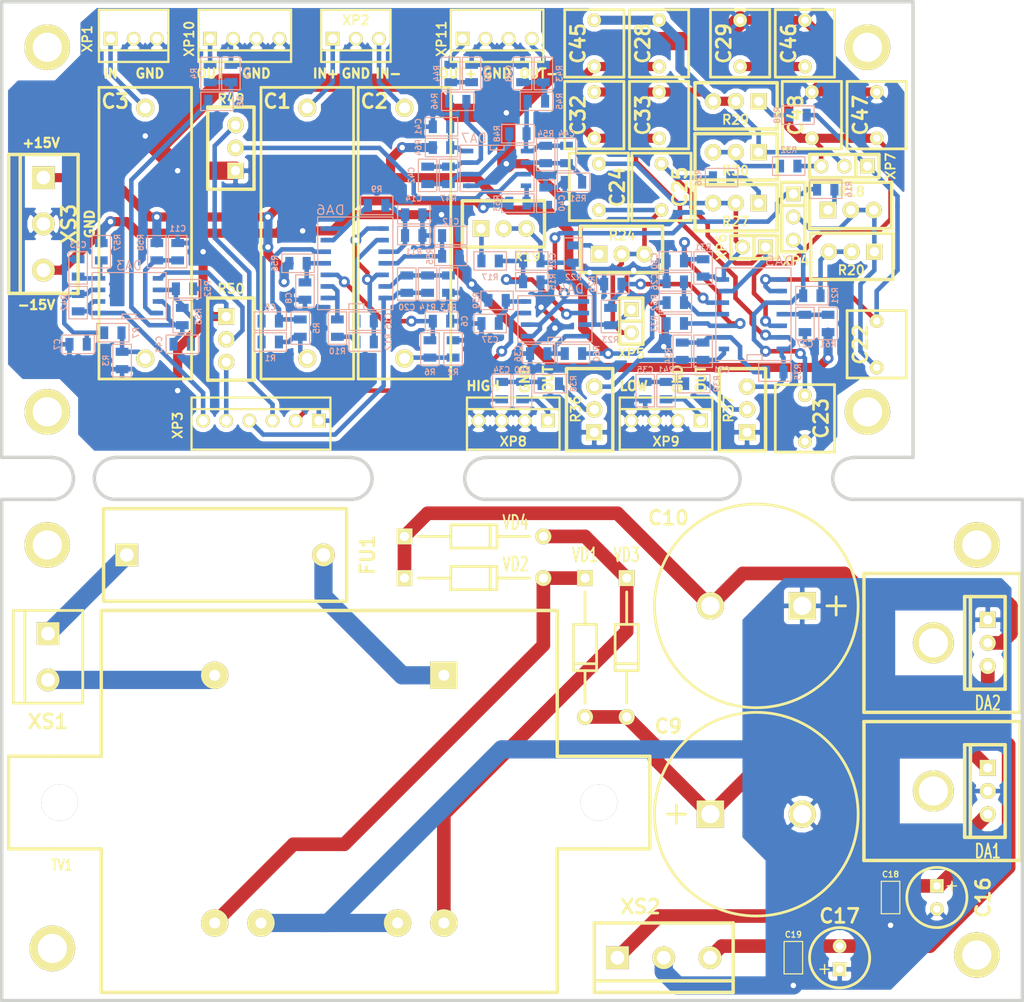
<source format=kicad_pcb>
(kicad_pcb (version 3) (host pcbnew "(25-Oct-2014 BZR 4029)-stable")
  (layers (15 Front signal) (0 Back signal) (18 B.Paste user) (19 F.Paste user) (20 B.SilkS user) (21 F.SilkS user) (22 B.Mask user) (23 F.Mask user) (28 Edge.Cuts user))
  (net 0 "")
  (net 1 /+15V)
  (net 2 /-15V)
  (net 3 /AGND)
  (net 4 /CAP1)
  (net 5 /CAP2)
  (net 6 /CAP3)
  (net 7 /GND)
  (net 8 N-000001)
  (net 9 N-0000010)
  (net 10 N-0000011)
  (net 11 N-0000012)
  (net 12 N-0000013)
  (net 13 N-0000014)
  (net 14 N-0000015)
  (net 15 N-0000016)
  (net 16 N-0000018)
  (net 17 N-0000019)
  (net 18 N-000002)
  (net 19 N-0000020)
  (net 20 N-0000021)
  (net 21 N-0000022)
  (net 22 N-0000023)
  (net 23 N-0000024)
  (net 24 N-0000025)
  (net 25 N-0000026)
  (net 26 N-0000027)
  (net 27 N-0000028)
  (net 28 N-0000029)
  (net 29 N-000003)
  (net 30 N-0000030)
  (net 31 N-0000031)
  (net 32 N-0000032)
  (net 33 N-0000033)
  (net 34 N-0000034)
  (net 35 N-0000035)
  (net 36 N-0000036)
  (net 37 N-0000037)
  (net 38 N-0000038)
  (net 39 N-0000039)
  (net 40 N-000004)
  (net 41 N-0000040)
  (net 42 N-0000041)
  (net 43 N-0000043)
  (net 44 N-0000044)
  (net 45 N-0000045)
  (net 46 N-0000046)
  (net 47 N-0000047)
  (net 48 N-0000048)
  (net 49 N-0000049)
  (net 50 N-000005)
  (net 51 N-0000050)
  (net 52 N-0000051)
  (net 53 N-0000055)
  (net 54 N-0000056)
  (net 55 N-0000057)
  (net 56 N-0000058)
  (net 57 N-0000059)
  (net 58 N-000006)
  (net 59 N-0000060)
  (net 60 N-0000061)
  (net 61 N-0000062)
  (net 62 N-0000063)
  (net 63 N-0000064)
  (net 64 N-0000065)
  (net 65 N-0000066)
  (net 66 N-0000067)
  (net 67 N-0000068)
  (net 68 N-0000069)
  (net 69 N-000007)
  (net 70 N-0000070)
  (net 71 N-0000071)
  (net 72 N-0000072)
  (net 73 N-0000073)
  (net 74 N-0000074)
  (net 75 N-0000077)
  (net 76 N-0000078)
  (net 77 N-0000079)
  (net 78 N-000008)
  (net 79 N-0000080)
  (net 80 N-0000081)
  (net 81 N-0000082)
  (net 82 N-0000083)
  (net 83 N-0000084)
  (net 84 N-0000085)
  (net 85 N-0000086)
  (net 86 N-000009)
  (module 1_pin (layer Front) (at 92.456 85.471)
    (fp_text reference 1_PIN hide)
    (fp_text value P*** hide)
    (pad 1 thru_hole circle (at 1.19 0.931) (size 5 5) (drill 3.2) (layers *.Cu *.Mask F.SilkS))
  )
  (module 1_pin (layer Front) (at 182.88 45.847)
    (fp_text reference 1_PIN hide)
    (fp_text value P*** hide)
    (pad 1 thru_hole circle (at 0.766 0.555) (size 5 5) (drill 3.2) (layers *.Cu *.Mask F.SilkS))
  )
  (module 1_pin (layer Front) (at 91.44 45.339)
    (fp_text reference 1_PIN hide)
    (fp_text value P*** hide)
    (pad 1 thru_hole circle (at 2.206 1.063) (size 5 5) (drill 3.2) (layers *.Cu *.Mask F.SilkS))
  )
  (module 1_pin (layer Front) (at 182.88 85.979)
    (fp_text reference 1_PIN hide)
    (fp_text value P*** hide)
    (pad 1 thru_hole circle (at 0.766 0.423) (size 5 5) (drill 3.2) (layers *.Cu *.Mask F.SilkS))
  )
  (module 1_pin (layer Front) (at 185.166 142.367)
    (fp_text reference 1_PIN hide)
    (fp_text value P*** hide)
    (pad 1 thru_hole circle (at 10.48 3.645) (size 5 5) (drill 3.2) (layers *.Cu *.Mask F.SilkS))
  )
  (module 1_pin (layer Front) (at 93.646 146.012)
    (fp_text reference 1_PIN hide)
    (fp_text value P*** hide)
    (pad 1 thru_hole circle (at 0.555 -0.72) (size 5 5) (drill 3.2) (layers *.Cu *.Mask F.SilkS))
  )
  (module 1_pin (layer Front) (at 92.456 100.457)
    (fp_text reference 1_PIN hide)
    (fp_text value P*** hide)
    (pad 1 thru_hole circle (at 1.19 0.555) (size 5 5) (drill 3.2) (layers *.Cu *.Mask F.SilkS))
  )
  (module SOIC8 (layer Back) (at 143.002 59.69 270)
    (fp_text reference DA7 (at -3.302 2.54 360) (layer B.SilkS) (effects (font (size 1.016 1.016) (thickness 0.127)) (justify mirror)))
    (fp_text value LME49720MA hide)
    (pad 8 smd rect (at -1.905 3.175 270) (size 0.508 1.143) (layers Back B.Paste B.Mask) (net 25 N-0000026))
    (pad 7 smd rect (at -0.635 3.175 270) (size 0.508 1.143) (layers Back B.Paste B.Mask) (net 28 N-0000029))
    (pad 6 smd rect (at 0.635 3.175 270) (size 0.508 1.143) (layers Back B.Paste B.Mask) (net 30 N-0000030))
    (pad 5 smd rect (at 1.905 3.175 270) (size 0.508 1.143) (layers Back B.Paste B.Mask) (net 7 /GND))
    (pad 4 smd rect (at 1.905 -3.175 270) (size 0.508 1.143) (layers Back B.Paste B.Mask) (net 83 N-0000084))
    (pad 3 smd rect (at 0.635 -3.175 270) (size 0.508 1.143) (layers Back B.Paste B.Mask) (net 26 N-0000027))
    (pad 2 smd rect (at -0.635 -3.175 270) (size 0.508 1.143) (layers Back B.Paste B.Mask) (net 27 N-0000028))
    (pad 1 smd rect (at -1.905 -3.175 270) (size 0.508 1.143) (layers Back B.Paste B.Mask) (net 31 N-0000031))
  )
  (module SOIC8 (layer Back) (at 102.616 73.66 90)
    (fp_text reference DA3 (at 3.302 0 180) (layer B.SilkS) (effects (font (size 1.016 1.016) (thickness 0.127)) (justify mirror)))
    (fp_text value LME49720MA hide)
    (pad 8 smd rect (at -1.905 3.175 90) (size 0.508 1.143) (layers Back B.Paste B.Mask) (net 46 N-0000046))
    (pad 7 smd rect (at -0.635 3.175 90) (size 0.508 1.143) (layers Back B.Paste B.Mask) (net 79 N-0000080))
    (pad 6 smd rect (at 0.635 3.175 90) (size 0.508 1.143) (layers Back B.Paste B.Mask) (net 81 N-0000082))
    (pad 5 smd rect (at 1.905 3.175 90) (size 0.508 1.143) (layers Back B.Paste B.Mask) (net 82 N-0000083))
    (pad 4 smd rect (at 1.905 -3.175 90) (size 0.508 1.143) (layers Back B.Paste B.Mask) (net 45 N-0000045))
    (pad 3 smd rect (at 0.635 -3.175 90) (size 0.508 1.143) (layers Back B.Paste B.Mask) (net 49 N-0000049))
    (pad 2 smd rect (at -0.635 -3.175 90) (size 0.508 1.143) (layers Back B.Paste B.Mask) (net 57 N-0000059))
    (pad 1 smd rect (at -1.905 -3.175 90) (size 0.508 1.143) (layers Back B.Paste B.Mask) (net 57 N-0000059))
  )
  (module SOIC8 (layer Back) (at 149.352 76.2 90)
    (fp_text reference DA4 (at 3.302 1.778 180) (layer B.SilkS) (effects (font (size 1.016 1.016) (thickness 0.127)) (justify mirror)))
    (fp_text value LME49720MA hide)
    (pad 8 smd rect (at -1.905 3.175 90) (size 0.508 1.143) (layers Back B.Paste B.Mask) (net 38 N-0000038))
    (pad 7 smd rect (at -0.635 3.175 90) (size 0.508 1.143) (layers Back B.Paste B.Mask) (net 15 N-0000016))
    (pad 6 smd rect (at 0.635 3.175 90) (size 0.508 1.143) (layers Back B.Paste B.Mask) (net 47 N-0000047))
    (pad 5 smd rect (at 1.905 3.175 90) (size 0.508 1.143) (layers Back B.Paste B.Mask) (net 59 N-0000060))
    (pad 4 smd rect (at 1.905 -3.175 90) (size 0.508 1.143) (layers Back B.Paste B.Mask) (net 37 N-0000037))
    (pad 3 smd rect (at 0.635 -3.175 90) (size 0.508 1.143) (layers Back B.Paste B.Mask) (net 36 N-0000036))
    (pad 2 smd rect (at -0.635 -3.175 90) (size 0.508 1.143) (layers Back B.Paste B.Mask) (net 59 N-0000060))
    (pad 1 smd rect (at -1.905 -3.175 90) (size 0.508 1.143) (layers Back B.Paste B.Mask) (net 59 N-0000060))
  )
  (module SMD0805 (layer Back) (at 113.792 49.276 270)
    (fp_text reference C4 (at 0 -1.778 270) (layer B.SilkS) (effects (font (size 0.635 0.635) (thickness 0.127)) (justify mirror)))
    (fp_text value "220 п" hide)
    (pad 1 smd rect (at -0.9525 0 270) (size 0.889 1.397) (layers Back B.Paste B.Mask) (net 7 /GND))
    (pad 2 smd rect (at 0.9525 0 270) (size 0.889 1.397) (layers Back B.Paste B.Mask) (net 33 N-0000033))
  )
  (module SMD0805 (layer Back) (at 121.412 77.216 90)
    (fp_text reference R5 (at 0 1.778 90) (layer B.SilkS) (effects (font (size 0.635 0.635) (thickness 0.127)) (justify mirror)))
    (fp_text value 220 hide)
    (pad 1 smd rect (at -0.9525 0 90) (size 0.889 1.397) (layers Back B.Paste B.Mask) (net 78 N-000008))
    (pad 2 smd rect (at 0.9525 0 90) (size 0.889 1.397) (layers Back B.Paste B.Mask) (net 40 N-000004))
  )
  (module SMD0805 (layer Back) (at 125.476 77.216 270)
    (fp_text reference R10 (at 2.54 0 360) (layer B.SilkS) (effects (font (size 0.635 0.635) (thickness 0.127)) (justify mirror)))
    (fp_text value "10 к" hide)
    (pad 1 smd rect (at -0.9525 0 270) (size 0.889 1.397) (layers Back B.Paste B.Mask) (net 35 N-0000035))
    (pad 2 smd rect (at 0.9525 0 270) (size 0.889 1.397) (layers Back B.Paste B.Mask) (net 85 N-0000086))
  )
  (module SMD0805 (layer Back) (at 112.268 52.324)
    (fp_text reference R8 (at 2.54 0 90) (layer B.SilkS) (effects (font (size 0.635 0.635) (thickness 0.127)) (justify mirror)))
    (fp_text value 10 hide)
    (pad 1 smd rect (at -0.9525 0) (size 0.889 1.397) (layers Back B.Paste B.Mask) (net 79 N-0000080))
    (pad 2 smd rect (at 0.9525 0) (size 0.889 1.397) (layers Back B.Paste B.Mask) (net 33 N-0000033))
  )
  (module SMD0805 (layer Back) (at 133.858 67.056)
    (fp_text reference R11 (at 0 1.778) (layer B.SilkS) (effects (font (size 0.635 0.635) (thickness 0.127)) (justify mirror)))
    (fp_text value "10 к" hide)
    (pad 1 smd rect (at -0.9525 0) (size 0.889 1.397) (layers Back B.Paste B.Mask) (net 9 N-0000010))
    (pad 2 smd rect (at 0.9525 0) (size 0.889 1.397) (layers Back B.Paste B.Mask) (net 7 /GND))
  )
  (module SMD0805 (layer Back) (at 111.506 49.276 90)
    (fp_text reference R4 (at 0 -1.778 90) (layer B.SilkS) (effects (font (size 0.635 0.635) (thickness 0.127)) (justify mirror)))
    (fp_text value 10 hide)
    (pad 1 smd rect (at -0.9525 0 90) (size 0.889 1.397) (layers Back B.Paste B.Mask) (net 33 N-0000033))
    (pad 2 smd rect (at 0.9525 0 90) (size 0.889 1.397) (layers Back B.Paste B.Mask) (net 34 N-0000034))
  )
  (module SMD0805 (layer Back) (at 135.382 72.39 270)
    (fp_text reference R14 (at 2.54 0 360) (layer B.SilkS) (effects (font (size 0.635 0.635) (thickness 0.127)) (justify mirror)))
    (fp_text value "30 к" hide)
    (pad 1 smd rect (at -0.9525 0 270) (size 0.889 1.397) (layers Back B.Paste B.Mask) (net 32 N-0000032))
    (pad 2 smd rect (at 0.9525 0 270) (size 0.889 1.397) (layers Back B.Paste B.Mask) (net 77 N-0000079))
  )
  (module SMD0805 (layer Back) (at 133.096 72.39 270)
    (fp_text reference C20 (at 2.54 0 360) (layer B.SilkS) (effects (font (size 0.635 0.635) (thickness 0.127)) (justify mirror)))
    (fp_text value "22 п" hide)
    (pad 1 smd rect (at -0.9525 0 270) (size 0.889 1.397) (layers Back B.Paste B.Mask) (net 32 N-0000032))
    (pad 2 smd rect (at 0.9525 0 270) (size 0.889 1.397) (layers Back B.Paste B.Mask) (net 77 N-0000079))
  )
  (module SMD0805 (layer Back) (at 161.544 84.074 270)
    (fp_text reference R41 (at -2.286 0 360) (layer B.SilkS) (effects (font (size 0.635 0.635) (thickness 0.127)) (justify mirror)))
    (fp_text value 10 hide)
    (pad 1 smd rect (at -0.9525 0 270) (size 0.889 1.397) (layers Back B.Paste B.Mask) (net 11 N-0000012))
    (pad 2 smd rect (at 0.9525 0 270) (size 0.889 1.397) (layers Back B.Paste B.Mask) (net 16 N-0000018))
  )
  (module SMD0805 (layer Back) (at 137.668 72.39 90)
    (fp_text reference R13 (at -2.54 0 180) (layer B.SilkS) (effects (font (size 0.635 0.635) (thickness 0.127)) (justify mirror)))
    (fp_text value "10 к" hide)
    (pad 1 smd rect (at -0.9525 0 90) (size 0.889 1.397) (layers Back B.Paste B.Mask) (net 7 /GND))
    (pad 2 smd rect (at 0.9525 0 90) (size 0.889 1.397) (layers Back B.Paste B.Mask) (net 32 N-0000032))
  )
  (module SMD0805 (layer Back) (at 100.838 77.724 180)
    (fp_text reference R7 (at -2.54 0 450) (layer B.SilkS) (effects (font (size 0.635 0.635) (thickness 0.127)) (justify mirror)))
    (fp_text value 220 hide)
    (pad 1 smd rect (at -0.9525 0 180) (size 0.889 1.397) (layers Back B.Paste B.Mask) (net 51 N-0000050))
    (pad 2 smd rect (at 0.9525 0 180) (size 0.889 1.397) (layers Back B.Paste B.Mask) (net 49 N-0000049))
  )
  (module SMD0805 (layer Back) (at 133.858 64.77 180)
    (fp_text reference C14 (at 0 1.778 180) (layer B.SilkS) (effects (font (size 0.635 0.635) (thickness 0.127)) (justify mirror)))
    (fp_text value "22 п" hide)
    (pad 1 smd rect (at -0.9525 0 180) (size 0.889 1.397) (layers Back B.Paste B.Mask) (net 7 /GND))
    (pad 2 smd rect (at 0.9525 0 180) (size 0.889 1.397) (layers Back B.Paste B.Mask) (net 9 N-0000010))
  )
  (module SMD0805 (layer Back) (at 138.176 79.502 90)
    (fp_text reference R2 (at -2.54 0 180) (layer B.SilkS) (effects (font (size 0.635 0.635) (thickness 0.127)) (justify mirror)))
    (fp_text value "22 к" hide)
    (pad 1 smd rect (at -0.9525 0 90) (size 0.889 1.397) (layers Back B.Paste B.Mask) (net 86 N-000009))
    (pad 2 smd rect (at 0.9525 0 90) (size 0.889 1.397) (layers Back B.Paste B.Mask) (net 7 /GND))
  )
  (module SMD0805 (layer Back) (at 145.796 84.074 270)
    (fp_text reference R40 (at -2.286 0 360) (layer B.SilkS) (effects (font (size 0.635 0.635) (thickness 0.127)) (justify mirror)))
    (fp_text value 10 hide)
    (pad 1 smd rect (at -0.9525 0 270) (size 0.889 1.397) (layers Back B.Paste B.Mask) (net 12 N-0000013))
    (pad 2 smd rect (at 0.9525 0 270) (size 0.889 1.397) (layers Back B.Paste B.Mask) (net 17 N-0000019))
  )
  (module SMD0805 (layer Back) (at 137.922 67.056)
    (fp_text reference C12 (at 0 -1.524) (layer B.SilkS) (effects (font (size 0.635 0.635) (thickness 0.127)) (justify mirror)))
    (fp_text value "0.1 мк" hide)
    (pad 1 smd rect (at -0.9525 0) (size 0.889 1.397) (layers Back B.Paste B.Mask) (net 50 N-000005))
    (pad 2 smd rect (at 0.9525 0) (size 0.889 1.397) (layers Back B.Paste B.Mask) (net 7 /GND))
  )
  (module SMD0805 (layer Back) (at 121.92 73.152 270)
    (fp_text reference C8 (at 0.762 1.778 270) (layer B.SilkS) (effects (font (size 0.635 0.635) (thickness 0.127)) (justify mirror)))
    (fp_text value "0.1 мк" hide)
    (pad 1 smd rect (at -0.9525 0 270) (size 0.889 1.397) (layers Back B.Paste B.Mask) (net 58 N-000006))
    (pad 2 smd rect (at 0.9525 0 270) (size 0.889 1.397) (layers Back B.Paste B.Mask) (net 7 /GND))
  )
  (module SMD0805 (layer Back) (at 118.11 78.74 180)
    (fp_text reference R1 (at 0 -1.778 180) (layer B.SilkS) (effects (font (size 0.635 0.635) (thickness 0.127)) (justify mirror)))
    (fp_text value "22 к" hide)
    (pad 1 smd rect (at -0.9525 0 180) (size 0.889 1.397) (layers Back B.Paste B.Mask) (net 78 N-000008))
    (pad 2 smd rect (at 0.9525 0 180) (size 0.889 1.397) (layers Back B.Paste B.Mask) (net 7 /GND))
  )
  (module SMD0805 (layer Back) (at 129.794 63.754)
    (fp_text reference R9 (at 0 -1.778) (layer B.SilkS) (effects (font (size 0.635 0.635) (thickness 0.127)) (justify mirror)))
    (fp_text value "10 к" hide)
    (pad 1 smd rect (at -0.9525 0) (size 0.889 1.397) (layers Back B.Paste B.Mask) (net 69 N-000007))
    (pad 2 smd rect (at 0.9525 0) (size 0.889 1.397) (layers Back B.Paste B.Mask) (net 9 N-0000010))
  )
  (module SMD0805 (layer Back) (at 128.524 76.454)
    (fp_text reference C15 (at 2.54 0 90) (layer B.SilkS) (effects (font (size 0.635 0.635) (thickness 0.127)) (justify mirror)))
    (fp_text value "22 п" hide)
    (pad 1 smd rect (at -0.9525 0) (size 0.889 1.397) (layers Back B.Paste B.Mask) (net 85 N-0000086))
    (pad 2 smd rect (at 0.9525 0) (size 0.889 1.397) (layers Back B.Paste B.Mask) (net 84 N-0000085))
  )
  (module SMD0805 (layer Back) (at 128.524 78.74)
    (fp_text reference R12 (at 2.54 0 90) (layer B.SilkS) (effects (font (size 0.635 0.635) (thickness 0.127)) (justify mirror)))
    (fp_text value "10 к" hide)
    (pad 1 smd rect (at -0.9525 0) (size 0.889 1.397) (layers Back B.Paste B.Mask) (net 85 N-0000086))
    (pad 2 smd rect (at 0.9525 0) (size 0.889 1.397) (layers Back B.Paste B.Mask) (net 84 N-0000085))
  )
  (module SMD0805 (layer Back) (at 136.906 76.454 180)
    (fp_text reference C6 (at -2.54 0 270) (layer B.SilkS) (effects (font (size 0.635 0.635) (thickness 0.127)) (justify mirror)))
    (fp_text value "220 п" hide)
    (pad 1 smd rect (at -0.9525 0 180) (size 0.889 1.397) (layers Back B.Paste B.Mask) (net 7 /GND))
    (pad 2 smd rect (at 0.9525 0 180) (size 0.889 1.397) (layers Back B.Paste B.Mask) (net 8 N-000001))
  )
  (module SMD0805 (layer Back) (at 118.11 76.454)
    (fp_text reference C5 (at 0 -1.524) (layer B.SilkS) (effects (font (size 0.635 0.635) (thickness 0.127)) (justify mirror)))
    (fp_text value "220 п" hide)
    (pad 1 smd rect (at -0.9525 0) (size 0.889 1.397) (layers Back B.Paste B.Mask) (net 7 /GND))
    (pad 2 smd rect (at 0.9525 0) (size 0.889 1.397) (layers Back B.Paste B.Mask) (net 40 N-000004))
  )
  (module SMD0805 (layer Back) (at 135.636 79.502 90)
    (fp_text reference R6 (at -2.54 0 180) (layer B.SilkS) (effects (font (size 0.635 0.635) (thickness 0.127)) (justify mirror)))
    (fp_text value 220 hide)
    (pad 1 smd rect (at -0.9525 0 90) (size 0.889 1.397) (layers Back B.Paste B.Mask) (net 86 N-000009))
    (pad 2 smd rect (at 0.9525 0 90) (size 0.889 1.397) (layers Back B.Paste B.Mask) (net 8 N-000001))
  )
  (module SMD0805 (layer Back) (at 150.622 58.166 270)
    (fp_text reference C44 (at -2.286 0 360) (layer B.SilkS) (effects (font (size 0.635 0.635) (thickness 0.127)) (justify mirror)))
    (fp_text value "22 п" hide)
    (pad 1 smd rect (at -0.9525 0 270) (size 0.889 1.397) (layers Back B.Paste B.Mask) (net 31 N-0000031))
    (pad 2 smd rect (at 0.9525 0 270) (size 0.889 1.397) (layers Back B.Paste B.Mask) (net 27 N-0000028))
  )
  (module SMD0805 (layer Back) (at 136.906 57.404 180)
    (fp_text reference R64 (at 2.54 0 270) (layer B.SilkS) (effects (font (size 0.635 0.635) (thickness 0.127)) (justify mirror)))
    (fp_text value 4.7 hide)
    (pad 1 smd rect (at -0.9525 0 180) (size 0.889 1.397) (layers Back B.Paste B.Mask) (net 25 N-0000026))
    (pad 2 smd rect (at 0.9525 0 180) (size 0.889 1.397) (layers Back B.Paste B.Mask) (net 1 /+15V))
  )
  (module SMD0805 (layer Back) (at 145.288 63.5 180)
    (fp_text reference R63 (at 2.286 0 270) (layer B.SilkS) (effects (font (size 0.635 0.635) (thickness 0.127)) (justify mirror)))
    (fp_text value 4.7 hide)
    (pad 1 smd rect (at -0.9525 0 180) (size 0.889 1.397) (layers Back B.Paste B.Mask) (net 83 N-0000084))
    (pad 2 smd rect (at 0.9525 0 180) (size 0.889 1.397) (layers Back B.Paste B.Mask) (net 2 /-15V))
  )
  (module SMD0805 (layer Back) (at 162.56 74.422 180)
    (fp_text reference R62 (at 2.286 0 270) (layer B.SilkS) (effects (font (size 0.635 0.635) (thickness 0.127)) (justify mirror)))
    (fp_text value 4.7 hide)
    (pad 1 smd rect (at -0.9525 0 180) (size 0.889 1.397) (layers Back B.Paste B.Mask) (net 54 N-0000056))
    (pad 2 smd rect (at 0.9525 0 180) (size 0.889 1.397) (layers Back B.Paste B.Mask) (net 1 /+15V))
  )
  (module SMD0805 (layer Back) (at 179.324 76.708 270)
    (fp_text reference R61 (at 2.286 0 540) (layer B.SilkS) (effects (font (size 0.635 0.635) (thickness 0.127)) (justify mirror)))
    (fp_text value 4.7 hide)
    (pad 1 smd rect (at -0.9525 0 270) (size 0.889 1.397) (layers Back B.Paste B.Mask) (net 53 N-0000055))
    (pad 2 smd rect (at 0.9525 0 270) (size 0.889 1.397) (layers Back B.Paste B.Mask) (net 2 /-15V))
  )
  (module SMD0805 (layer Back) (at 121.158 70.104 180)
    (fp_text reference R56 (at 2.54 0 270) (layer B.SilkS) (effects (font (size 0.635 0.635) (thickness 0.127)) (justify mirror)))
    (fp_text value 4.7 hide)
    (pad 1 smd rect (at -0.9525 0 180) (size 0.889 1.397) (layers Back B.Paste B.Mask) (net 58 N-000006))
    (pad 2 smd rect (at 0.9525 0 180) (size 0.889 1.397) (layers Back B.Paste B.Mask) (net 1 /+15V))
  )
  (module SMD0805 (layer Back) (at 137.922 69.342)
    (fp_text reference R55 (at -2.286 0 90) (layer B.SilkS) (effects (font (size 0.635 0.635) (thickness 0.127)) (justify mirror)))
    (fp_text value 4.7 hide)
    (pad 1 smd rect (at -0.9525 0) (size 0.889 1.397) (layers Back B.Paste B.Mask) (net 50 N-000005))
    (pad 2 smd rect (at 0.9525 0) (size 0.889 1.397) (layers Back B.Paste B.Mask) (net 2 /-15V))
  )
  (module SMD0805 (layer Back) (at 151.384 80.01)
    (fp_text reference R60 (at 2.54 0 90) (layer B.SilkS) (effects (font (size 0.635 0.635) (thickness 0.127)) (justify mirror)))
    (fp_text value 4.7 hide)
    (pad 1 smd rect (at -0.9525 0) (size 0.889 1.397) (layers Back B.Paste B.Mask) (net 38 N-0000038))
    (pad 2 smd rect (at 0.9525 0) (size 0.889 1.397) (layers Back B.Paste B.Mask) (net 1 /+15V))
  )
  (module SMD0805 (layer Back) (at 143.002 74.168 180)
    (fp_text reference R59 (at 2.286 0 270) (layer B.SilkS) (effects (font (size 0.635 0.635) (thickness 0.127)) (justify mirror)))
    (fp_text value 4.7 hide)
    (pad 1 smd rect (at -0.9525 0 180) (size 0.889 1.397) (layers Back B.Paste B.Mask) (net 37 N-0000037))
    (pad 2 smd rect (at 0.9525 0 180) (size 0.889 1.397) (layers Back B.Paste B.Mask) (net 2 /-15V))
  )
  (module SMD0805 (layer Back) (at 105.664 68.834 90)
    (fp_text reference R58 (at 1.016 -1.778 90) (layer B.SilkS) (effects (font (size 0.635 0.635) (thickness 0.127)) (justify mirror)))
    (fp_text value 4.7 hide)
    (pad 1 smd rect (at -0.9525 0 90) (size 0.889 1.397) (layers Back B.Paste B.Mask) (net 46 N-0000046))
    (pad 2 smd rect (at 0.9525 0 90) (size 0.889 1.397) (layers Back B.Paste B.Mask) (net 1 /+15V))
  )
  (module SMD0805 (layer Back) (at 99.568 68.834 90)
    (fp_text reference R57 (at 1.016 1.778 90) (layer B.SilkS) (effects (font (size 0.635 0.635) (thickness 0.127)) (justify mirror)))
    (fp_text value 4.7 hide)
    (pad 1 smd rect (at -0.9525 0 90) (size 0.889 1.397) (layers Back B.Paste B.Mask) (net 45 N-0000045))
    (pad 2 smd rect (at 0.9525 0 90) (size 0.889 1.397) (layers Back B.Paste B.Mask) (net 2 /-15V))
  )
  (module SMD0805 (layer Back) (at 108.712 72.898)
    (fp_text reference R52 (at 2.54 0 90) (layer B.SilkS) (effects (font (size 0.635 0.635) (thickness 0.127)) (justify mirror)))
    (fp_text value "10 к" hide)
    (pad 1 smd rect (at -0.9525 0) (size 0.889 1.397) (layers Back B.Paste B.Mask) (net 81 N-0000082))
    (pad 2 smd rect (at 0.9525 0) (size 0.889 1.397) (layers Back B.Paste B.Mask) (net 7 /GND))
  )
  (module SMD0805 (layer Back) (at 108.458 78.994 180)
    (fp_text reference C43 (at 2.54 0 270) (layer B.SilkS) (effects (font (size 0.635 0.635) (thickness 0.127)) (justify mirror)))
    (fp_text value "22 п" hide)
    (pad 1 smd rect (at -0.9525 0 180) (size 0.889 1.397) (layers Back B.Paste B.Mask) (net 81 N-0000082))
    (pad 2 smd rect (at 0.9525 0 180) (size 0.889 1.397) (layers Back B.Paste B.Mask) (net 79 N-0000080))
  )
  (module SMD0805 (layer Back) (at 108.458 75.946 270)
    (fp_text reference R53 (at 0 -1.778 270) (layer B.SilkS) (effects (font (size 0.635 0.635) (thickness 0.127)) (justify mirror)))
    (fp_text value "30 к" hide)
    (pad 1 smd rect (at -0.9525 0 270) (size 0.889 1.397) (layers Back B.Paste B.Mask) (net 81 N-0000082))
    (pad 2 smd rect (at 0.9525 0 270) (size 0.889 1.397) (layers Back B.Paste B.Mask) (net 79 N-0000080))
  )
  (module SMD0805 (layer Back) (at 151.384 61.214 180)
    (fp_text reference R51 (at -0.508 -1.778 180) (layer B.SilkS) (effects (font (size 0.635 0.635) (thickness 0.127)) (justify mirror)))
    (fp_text value "10 к" hide)
    (pad 1 smd rect (at -0.9525 0 180) (size 0.889 1.397) (layers Back B.Paste B.Mask) (net 27 N-0000028))
    (pad 2 smd rect (at 0.9525 0 180) (size 0.889 1.397) (layers Back B.Paste B.Mask) (net 7 /GND))
  )
  (module SMD0805 (layer Back) (at 142.24 76.708 180)
    (fp_text reference C37 (at 0 -1.778 180) (layer B.SilkS) (effects (font (size 0.635 0.635) (thickness 0.127)) (justify mirror)))
    (fp_text value "0.1 мк" hide)
    (pad 1 smd rect (at -0.9525 0 180) (size 0.889 1.397) (layers Back B.Paste B.Mask) (net 37 N-0000037))
    (pad 2 smd rect (at 0.9525 0 180) (size 0.889 1.397) (layers Back B.Paste B.Mask) (net 7 /GND))
  )
  (module SMD0805 (layer Back) (at 148.336 58.166 270)
    (fp_text reference R54 (at -2.286 0 360) (layer B.SilkS) (effects (font (size 0.635 0.635) (thickness 0.127)) (justify mirror)))
    (fp_text value "30 к" hide)
    (pad 1 smd rect (at -0.9525 0 270) (size 0.889 1.397) (layers Back B.Paste B.Mask) (net 31 N-0000031))
    (pad 2 smd rect (at 0.9525 0 270) (size 0.889 1.397) (layers Back B.Paste B.Mask) (net 27 N-0000028))
  )
  (module SMD0805 (layer Back) (at 135.382 60.452 90)
    (fp_text reference C42 (at 0 -1.778 90) (layer B.SilkS) (effects (font (size 0.635 0.635) (thickness 0.127)) (justify mirror)))
    (fp_text value "22 п" hide)
    (pad 1 smd rect (at -0.9525 0 90) (size 0.889 1.397) (layers Back B.Paste B.Mask) (net 30 N-0000030))
    (pad 2 smd rect (at 0.9525 0 90) (size 0.889 1.397) (layers Back B.Paste B.Mask) (net 28 N-0000029))
  )
  (module SMD0805 (layer Back) (at 145.288 55.88 180)
    (fp_text reference R48 (at 2.286 0 270) (layer B.SilkS) (effects (font (size 0.635 0.635) (thickness 0.127)) (justify mirror)))
    (fp_text value "10 к" hide)
    (pad 1 smd rect (at -0.9525 0 180) (size 0.889 1.397) (layers Back B.Paste B.Mask) (net 31 N-0000031))
    (pad 2 smd rect (at 0.9525 0 180) (size 0.889 1.397) (layers Back B.Paste B.Mask) (net 30 N-0000030))
  )
  (module SMD0805 (layer Back) (at 137.668 60.452 90)
    (fp_text reference R47 (at -2.54 0 180) (layer B.SilkS) (effects (font (size 0.635 0.635) (thickness 0.127)) (justify mirror)))
    (fp_text value "10 к" hide)
    (pad 1 smd rect (at -0.9525 0 90) (size 0.889 1.397) (layers Back B.Paste B.Mask) (net 30 N-0000030))
    (pad 2 smd rect (at 0.9525 0 90) (size 0.889 1.397) (layers Back B.Paste B.Mask) (net 28 N-0000029))
  )
  (module SMD0805 (layer Back) (at 138.684 52.324)
    (fp_text reference R46 (at -2.54 0 90) (layer B.SilkS) (effects (font (size 0.635 0.635) (thickness 0.127)) (justify mirror)))
    (fp_text value 10 hide)
    (pad 1 smd rect (at -0.9525 0) (size 0.889 1.397) (layers Back B.Paste B.Mask) (net 21 N-0000022))
    (pad 2 smd rect (at 0.9525 0) (size 0.889 1.397) (layers Back B.Paste B.Mask) (net 28 N-0000029))
  )
  (module SMD0805 (layer Back) (at 140.208 49.276 270)
    (fp_text reference C39 (at 0 -1.778 270) (layer B.SilkS) (effects (font (size 0.635 0.635) (thickness 0.127)) (justify mirror)))
    (fp_text value "220 п" hide)
    (pad 1 smd rect (at -0.9525 0 270) (size 0.889 1.397) (layers Back B.Paste B.Mask) (net 7 /GND))
    (pad 2 smd rect (at 0.9525 0 270) (size 0.889 1.397) (layers Back B.Paste B.Mask) (net 21 N-0000022))
  )
  (module SMD0805 (layer Back) (at 137.922 49.276 270)
    (fp_text reference R44 (at 0 1.524 270) (layer B.SilkS) (effects (font (size 0.635 0.635) (thickness 0.127)) (justify mirror)))
    (fp_text value 10 hide)
    (pad 1 smd rect (at -0.9525 0 270) (size 0.889 1.397) (layers Back B.Paste B.Mask) (net 22 N-0000023))
    (pad 2 smd rect (at 0.9525 0 270) (size 0.889 1.397) (layers Back B.Paste B.Mask) (net 21 N-0000022))
  )
  (module SMD0805 (layer Back) (at 147.32 52.324 180)
    (fp_text reference R45 (at -2.54 0 270) (layer B.SilkS) (effects (font (size 0.635 0.635) (thickness 0.127)) (justify mirror)))
    (fp_text value 10 hide)
    (pad 1 smd rect (at -0.9525 0 180) (size 0.889 1.397) (layers Back B.Paste B.Mask) (net 24 N-0000025))
    (pad 2 smd rect (at 0.9525 0 180) (size 0.889 1.397) (layers Back B.Paste B.Mask) (net 31 N-0000031))
  )
  (module SMD0805 (layer Back) (at 145.796 49.276 270)
    (fp_text reference C38 (at 0 1.524 270) (layer B.SilkS) (effects (font (size 0.635 0.635) (thickness 0.127)) (justify mirror)))
    (fp_text value "220 п" hide)
    (pad 1 smd rect (at -0.9525 0 270) (size 0.889 1.397) (layers Back B.Paste B.Mask) (net 7 /GND))
    (pad 2 smd rect (at 0.9525 0 270) (size 0.889 1.397) (layers Back B.Paste B.Mask) (net 24 N-0000025))
  )
  (module SMD0805 (layer Back) (at 148.082 49.276 270)
    (fp_text reference R43 (at 0 -1.778 270) (layer B.SilkS) (effects (font (size 0.635 0.635) (thickness 0.127)) (justify mirror)))
    (fp_text value 10 hide)
    (pad 1 smd rect (at -0.9525 0 270) (size 0.889 1.397) (layers Back B.Paste B.Mask) (net 23 N-0000024))
    (pad 2 smd rect (at 0.9525 0 270) (size 0.889 1.397) (layers Back B.Paste B.Mask) (net 24 N-0000025))
  )
  (module SMD0805 (layer Back) (at 136.906 55.118 180)
    (fp_text reference C41 (at 2.54 0 270) (layer B.SilkS) (effects (font (size 0.635 0.635) (thickness 0.127)) (justify mirror)))
    (fp_text value "0.1 мк" hide)
    (pad 1 smd rect (at -0.9525 0 180) (size 0.889 1.397) (layers Back B.Paste B.Mask) (net 25 N-0000026))
    (pad 2 smd rect (at 0.9525 0 180) (size 0.889 1.397) (layers Back B.Paste B.Mask) (net 7 /GND))
  )
  (module SMD0805 (layer Back) (at 148.336 62.738 90)
    (fp_text reference C40 (at -0.762 1.778 90) (layer B.SilkS) (effects (font (size 0.635 0.635) (thickness 0.127)) (justify mirror)))
    (fp_text value "0.1 мк" hide)
    (pad 1 smd rect (at -0.9525 0 90) (size 0.889 1.397) (layers Back B.Paste B.Mask) (net 83 N-0000084))
    (pad 2 smd rect (at 0.9525 0 90) (size 0.889 1.397) (layers Back B.Paste B.Mask) (net 7 /GND))
  )
  (module SMD0805 (layer Back) (at 97.028 74.422 270)
    (fp_text reference R42 (at 0 1.524 270) (layer B.SilkS) (effects (font (size 0.635 0.635) (thickness 0.127)) (justify mirror)))
    (fp_text value 0 hide)
    (pad 1 smd rect (at -0.9525 0 270) (size 0.889 1.397) (layers Back B.Paste B.Mask) (net 49 N-0000049))
    (pad 2 smd rect (at 0.9525 0 270) (size 0.889 1.397) (layers Back B.Paste B.Mask) (net 57 N-0000059))
  )
  (module SMD0805 (layer Back) (at 147.574 80.01 180)
    (fp_text reference C36 (at 2.286 0 270) (layer B.SilkS) (effects (font (size 0.635 0.635) (thickness 0.127)) (justify mirror)))
    (fp_text value "0.1 мк" hide)
    (pad 1 smd rect (at -0.9525 0 180) (size 0.889 1.397) (layers Back B.Paste B.Mask) (net 38 N-0000038))
    (pad 2 smd rect (at 0.9525 0 180) (size 0.889 1.397) (layers Back B.Paste B.Mask) (net 7 /GND))
  )
  (module SMD0805 (layer Back) (at 97.028 70.612 90)
    (fp_text reference C13 (at 2.54 0 180) (layer B.SilkS) (effects (font (size 0.635 0.635) (thickness 0.127)) (justify mirror)))
    (fp_text value "0.1 мк" hide)
    (pad 1 smd rect (at -0.9525 0 90) (size 0.889 1.397) (layers Back B.Paste B.Mask) (net 45 N-0000045))
    (pad 2 smd rect (at 0.9525 0 90) (size 0.889 1.397) (layers Back B.Paste B.Mask) (net 7 /GND))
  )
  (module SMD0805 (layer Back) (at 163.322 79.756 270)
    (fp_text reference R34 (at 0.508 1.524 270) (layer B.SilkS) (effects (font (size 0.635 0.635) (thickness 0.127)) (justify mirror)))
    (fp_text value "10 к" hide)
    (pad 1 smd rect (at -0.9525 0 270) (size 0.889 1.397) (layers Back B.Paste B.Mask) (net 55 N-0000057))
    (pad 2 smd rect (at 0.9525 0 270) (size 0.889 1.397) (layers Back B.Paste B.Mask) (net 19 N-0000020))
  )
  (module SMD0805 (layer Back) (at 162.56 76.708 180)
    (fp_text reference R33 (at 2.286 0 270) (layer B.SilkS) (effects (font (size 0.635 0.635) (thickness 0.127)) (justify mirror)))
    (fp_text value "10 к" hide)
    (pad 1 smd rect (at -0.9525 0 180) (size 0.889 1.397) (layers Back B.Paste B.Mask) (net 20 N-0000021))
    (pad 2 smd rect (at 0.9525 0 180) (size 0.889 1.397) (layers Back B.Paste B.Mask) (net 7 /GND))
  )
  (module SMD0805 (layer Front) (at 175.514 146.304 90)
    (fp_text reference C19 (at 2.54 0 180) (layer F.SilkS) (effects (font (size 0.635 0.635) (thickness 0.127))))
    (fp_text value "0.1 мк" hide)
    (pad 1 smd rect (at -0.9525 0 90) (size 0.889 1.397) (layers Front F.Paste F.Mask) (net 3 /AGND))
    (pad 2 smd rect (at 0.9525 0 90) (size 0.889 1.397) (layers Front F.Paste F.Mask) (net 52 N-0000051))
  )
  (module SMD0805 (layer Back) (at 142.24 69.85 180)
    (fp_text reference R17 (at 0 -1.778 180) (layer B.SilkS) (effects (font (size 0.635 0.635) (thickness 0.127)) (justify mirror)))
    (fp_text value "30 к" hide)
    (pad 1 smd rect (at -0.9525 0 180) (size 0.889 1.397) (layers Back B.Paste B.Mask) (net 47 N-0000047))
    (pad 2 smd rect (at 0.9525 0 180) (size 0.889 1.397) (layers Back B.Paste B.Mask) (net 56 N-0000058))
  )
  (module SMD0805 (layer Back) (at 165.608 70.612 90)
    (fp_text reference R31 (at 2.286 0 180) (layer B.SilkS) (effects (font (size 0.635 0.635) (thickness 0.127)) (justify mirror)))
    (fp_text value "10 к" hide)
    (pad 1 smd rect (at -0.9525 0 90) (size 0.889 1.397) (layers Back B.Paste B.Mask) (net 64 N-0000065))
    (pad 2 smd rect (at 0.9525 0 90) (size 0.889 1.397) (layers Back B.Paste B.Mask) (net 20 N-0000021))
  )
  (module SMD0805 (layer Back) (at 146.812 72.136 180)
    (fp_text reference R15 (at -2.286 0 270) (layer B.SilkS) (effects (font (size 0.635 0.635) (thickness 0.127)) (justify mirror)))
    (fp_text value "10 к" hide)
    (pad 1 smd rect (at -0.9525 0 180) (size 0.889 1.397) (layers Back B.Paste B.Mask) (net 7 /GND))
    (pad 2 smd rect (at 0.9525 0 180) (size 0.889 1.397) (layers Back B.Paste B.Mask) (net 47 N-0000047))
  )
  (module SMD0805 (layer Back) (at 176.022 53.848 180)
    (fp_text reference R28 (at 2.286 0 270) (layer B.SilkS) (effects (font (size 0.635 0.635) (thickness 0.127)) (justify mirror)))
    (fp_text value "1 к" hide)
    (pad 1 smd rect (at -0.9525 0 180) (size 0.889 1.397) (layers Back B.Paste B.Mask) (net 71 N-0000071))
    (pad 2 smd rect (at 0.9525 0 180) (size 0.889 1.397) (layers Back B.Paste B.Mask) (net 60 N-0000061))
  )
  (module SMD0805 (layer Back) (at 175.006 59.436)
    (fp_text reference R32 (at 0 -1.778) (layer B.SilkS) (effects (font (size 0.635 0.635) (thickness 0.127)) (justify mirror)))
    (fp_text value "1 к" hide)
    (pad 1 smd rect (at -0.9525 0) (size 0.889 1.397) (layers Back B.Paste B.Mask) (net 70 N-0000070))
    (pad 2 smd rect (at 0.9525 0) (size 0.889 1.397) (layers Back B.Paste B.Mask) (net 6 /CAP3))
  )
  (module SMD0805 (layer Back) (at 176.784 76.708 270)
    (fp_text reference C27 (at 2.286 0 540) (layer B.SilkS) (effects (font (size 0.635 0.635) (thickness 0.127)) (justify mirror)))
    (fp_text value "0.1 мк" hide)
    (pad 1 smd rect (at -0.9525 0 270) (size 0.889 1.397) (layers Back B.Paste B.Mask) (net 53 N-0000055))
    (pad 2 smd rect (at 0.9525 0 270) (size 0.889 1.397) (layers Back B.Paste B.Mask) (net 7 /GND))
  )
  (module SMD0805 (layer Back) (at 107.95 68.834 90)
    (fp_text reference C11 (at 2.54 0 180) (layer B.SilkS) (effects (font (size 0.635 0.635) (thickness 0.127)) (justify mirror)))
    (fp_text value "0.1 мк" hide)
    (pad 1 smd rect (at -0.9525 0 90) (size 0.889 1.397) (layers Back B.Paste B.Mask) (net 46 N-0000046))
    (pad 2 smd rect (at 0.9525 0 90) (size 0.889 1.397) (layers Back B.Paste B.Mask) (net 7 /GND))
  )
  (module SMD0805 (layer Back) (at 151.384 69.088 90)
    (fp_text reference R22 (at -2.54 0 180) (layer B.SilkS) (effects (font (size 0.635 0.635) (thickness 0.127)) (justify mirror)))
    (fp_text value "1 к" hide)
    (pad 1 smd rect (at -0.9525 0 90) (size 0.889 1.397) (layers Back B.Paste B.Mask) (net 15 N-0000016))
    (pad 2 smd rect (at 0.9525 0 90) (size 0.889 1.397) (layers Back B.Paste B.Mask) (net 68 N-0000069))
  )
  (module SMD0805 (layer Back) (at 179.07 61.976)
    (fp_text reference R16 (at 2.54 0 90) (layer B.SilkS) (effects (font (size 0.635 0.635) (thickness 0.127)) (justify mirror)))
    (fp_text value "1 к" hide)
    (pad 1 smd rect (at -0.9525 0) (size 0.889 1.397) (layers Back B.Paste B.Mask) (net 59 N-0000060))
    (pad 2 smd rect (at 0.9525 0) (size 0.889 1.397) (layers Back B.Paste B.Mask) (net 73 N-0000073))
  )
  (module SMD0805 (layer Back) (at 177.546 73.66 180)
    (fp_text reference R21 (at -2.54 0 270) (layer B.SilkS) (effects (font (size 0.635 0.635) (thickness 0.127)) (justify mirror)))
    (fp_text value "1 к" hide)
    (pad 1 smd rect (at -0.9525 0 180) (size 0.889 1.397) (layers Back B.Paste B.Mask) (net 63 N-0000064))
    (pad 2 smd rect (at 0.9525 0 180) (size 0.889 1.397) (layers Back B.Paste B.Mask) (net 61 N-0000062))
  )
  (module SMD0805 (layer Back) (at 165.608 79.756 270)
    (fp_text reference C31 (at 2.032 -2.032 360) (layer B.SilkS) (effects (font (size 0.635 0.635) (thickness 0.127)) (justify mirror)))
    (fp_text value "22 п" hide)
    (pad 1 smd rect (at -0.9525 0 270) (size 0.889 1.397) (layers Back B.Paste B.Mask) (net 55 N-0000057))
    (pad 2 smd rect (at 0.9525 0 270) (size 0.889 1.397) (layers Back B.Paste B.Mask) (net 19 N-0000020))
  )
  (module SMD0805 (layer Back) (at 167.64 60.706 180)
    (fp_text reference R26 (at 2.54 0 270) (layer B.SilkS) (effects (font (size 0.635 0.635) (thickness 0.127)) (justify mirror)))
    (fp_text value "1 к" hide)
    (pad 1 smd rect (at -0.9525 0 180) (size 0.889 1.397) (layers Back B.Paste B.Mask) (net 65 N-0000066))
    (pad 2 smd rect (at 0.9525 0 180) (size 0.889 1.397) (layers Back B.Paste B.Mask) (net 66 N-0000067))
  )
  (module SMD0805 (layer Back) (at 155.702 72.39 180)
    (fp_text reference R25 (at 2.286 0 270) (layer B.SilkS) (effects (font (size 0.635 0.635) (thickness 0.127)) (justify mirror)))
    (fp_text value "30 к" hide)
    (pad 1 smd rect (at -0.9525 0 180) (size 0.889 1.397) (layers Back B.Paste B.Mask) (net 62 N-0000063))
    (pad 2 smd rect (at 0.9525 0 180) (size 0.889 1.397) (layers Back B.Paste B.Mask) (net 7 /GND))
  )
  (module SMD0805 (layer Back) (at 155.448 75.946 90)
    (fp_text reference R23 (at -2.54 0 180) (layer B.SilkS) (effects (font (size 0.635 0.635) (thickness 0.127)) (justify mirror)))
    (fp_text value "120 к" hide)
    (pad 1 smd rect (at -0.9525 0 90) (size 0.889 1.397) (layers Back B.Paste B.Mask) (net 15 N-0000016))
    (pad 2 smd rect (at 0.9525 0 90) (size 0.889 1.397) (layers Back B.Paste B.Mask) (net 62 N-0000063))
  )
  (module SMD0805 (layer Back) (at 148.844 83.312 180)
    (fp_text reference R38 (at -2.54 0 270) (layer B.SilkS) (effects (font (size 0.635 0.635) (thickness 0.127)) (justify mirror)))
    (fp_text value 10 hide)
    (pad 1 smd rect (at -0.9525 0 180) (size 0.889 1.397) (layers Back B.Paste B.Mask) (net 10 N-0000011))
    (pad 2 smd rect (at 0.9525 0 180) (size 0.889 1.397) (layers Back B.Paste B.Mask) (net 12 N-0000013))
  )
  (module SMD0805 (layer Back) (at 162.56 69.85)
    (fp_text reference C30 (at -2.286 0 90) (layer B.SilkS) (effects (font (size 0.635 0.635) (thickness 0.127)) (justify mirror)))
    (fp_text value "22 п" hide)
    (pad 1 smd rect (at -0.9525 0) (size 0.889 1.397) (layers Back B.Paste B.Mask) (net 7 /GND))
    (pad 2 smd rect (at 0.9525 0) (size 0.889 1.397) (layers Back B.Paste B.Mask) (net 20 N-0000021))
  )
  (module SMD0805 (layer Back) (at 159.258 84.074 90)
    (fp_text reference C35 (at 2.286 0 180) (layer B.SilkS) (effects (font (size 0.635 0.635) (thickness 0.127)) (justify mirror)))
    (fp_text value "220 п" hide)
    (pad 1 smd rect (at -0.9525 0 90) (size 0.889 1.397) (layers Back B.Paste B.Mask) (net 7 /GND))
    (pad 2 smd rect (at 0.9525 0 90) (size 0.889 1.397) (layers Back B.Paste B.Mask) (net 11 N-0000012))
  )
  (module SMD0805 (layer Back) (at 164.592 83.312 180)
    (fp_text reference R39 (at -2.54 0 270) (layer B.SilkS) (effects (font (size 0.635 0.635) (thickness 0.127)) (justify mirror)))
    (fp_text value 10 hide)
    (pad 1 smd rect (at -0.9525 0 180) (size 0.889 1.397) (layers Back B.Paste B.Mask) (net 13 N-0000014))
    (pad 2 smd rect (at 0.9525 0 180) (size 0.889 1.397) (layers Back B.Paste B.Mask) (net 11 N-0000012))
  )
  (module SMD0805 (layer Back) (at 143.51 84.074 90)
    (fp_text reference C34 (at 2.286 0 180) (layer B.SilkS) (effects (font (size 0.635 0.635) (thickness 0.127)) (justify mirror)))
    (fp_text value "220 п" hide)
    (pad 1 smd rect (at -0.9525 0 90) (size 0.889 1.397) (layers Back B.Paste B.Mask) (net 7 /GND))
    (pad 2 smd rect (at 0.9525 0 90) (size 0.889 1.397) (layers Back B.Paste B.Mask) (net 12 N-0000013))
  )
  (module SMD0805 (layer Back) (at 162.56 72.136 180)
    (fp_text reference C26 (at 2.286 0 270) (layer B.SilkS) (effects (font (size 0.635 0.635) (thickness 0.127)) (justify mirror)))
    (fp_text value "0.1 мк" hide)
    (pad 1 smd rect (at -0.9525 0 180) (size 0.889 1.397) (layers Back B.Paste B.Mask) (net 54 N-0000056))
    (pad 2 smd rect (at 0.9525 0 180) (size 0.889 1.397) (layers Back B.Paste B.Mask) (net 7 /GND))
  )
  (module SMD0805 (layer Back) (at 101.854 80.772 90)
    (fp_text reference R3 (at 0 -1.778 90) (layer B.SilkS) (effects (font (size 0.635 0.635) (thickness 0.127)) (justify mirror)))
    (fp_text value "22 к" hide)
    (pad 1 smd rect (at -0.9525 0 90) (size 0.889 1.397) (layers Back B.Paste B.Mask) (net 7 /GND))
    (pad 2 smd rect (at 0.9525 0 90) (size 0.889 1.397) (layers Back B.Paste B.Mask) (net 51 N-0000050))
  )
  (module SMD0805 (layer Back) (at 97.028 78.994)
    (fp_text reference C7 (at -2.286 0 270) (layer B.SilkS) (effects (font (size 0.635 0.635) (thickness 0.127)) (justify mirror)))
    (fp_text value "220 п" hide)
    (pad 1 smd rect (at -0.9525 0) (size 0.889 1.397) (layers Back B.Paste B.Mask) (net 7 /GND))
    (pad 2 smd rect (at 0.9525 0) (size 0.889 1.397) (layers Back B.Paste B.Mask) (net 49 N-0000049))
  )
  (module SMD0805 (layer Back) (at 146.812 69.85)
    (fp_text reference C21 (at 2.286 0 90) (layer B.SilkS) (effects (font (size 0.635 0.635) (thickness 0.127)) (justify mirror)))
    (fp_text value "22 п" hide)
    (pad 1 smd rect (at -0.9525 0) (size 0.889 1.397) (layers Back B.Paste B.Mask) (net 47 N-0000047))
    (pad 2 smd rect (at 0.9525 0) (size 0.889 1.397) (layers Back B.Paste B.Mask) (net 15 N-0000016))
  )
  (module SMD0805 (layer Front) (at 186.182 139.7 270)
    (fp_text reference C18 (at -2.54 0 360) (layer F.SilkS) (effects (font (size 0.635 0.635) (thickness 0.127))))
    (fp_text value "0.1 мк" hide)
    (pad 1 smd rect (at -0.9525 0 270) (size 0.889 1.397) (layers Front F.Paste F.Mask) (net 75 N-0000077))
    (pad 2 smd rect (at 0.9525 0 270) (size 0.889 1.397) (layers Front F.Paste F.Mask) (net 3 /AGND))
  )
  (module SMD0805 (layer Back) (at 173.482 82.042)
    (fp_text reference R35 (at 2.54 0 90) (layer B.SilkS) (effects (font (size 0.635 0.635) (thickness 0.127)) (justify mirror)))
    (fp_text value "10 к" hide)
    (pad 1 smd rect (at -0.9525 0) (size 0.889 1.397) (layers Back B.Paste B.Mask) (net 55 N-0000057))
    (pad 2 smd rect (at 0.9525 0) (size 0.889 1.397) (layers Back B.Paste B.Mask) (net 5 /CAP2))
  )
  (module FU_PTF15B (layer Front) (at 107.442 102.108)
    (fp_text reference FU1 (at 21.336 0 90) (layer F.SilkS) (effects (font (size 1.524 1.524) (thickness 0.3048))))
    (fp_text value "0.1 А" hide)
    (pad 1 thru_hole rect (at -5.08 0) (size 2.49936 2.49936) (drill 1.50114) (layers *.Cu *.Mask F.SilkS) (net 14 N-0000015))
    (pad 2 thru_hole circle (at 16.51 0) (size 2.49936 2.49936) (drill 1.50114) (layers *.Cu *.Mask F.SilkS) (net 43 N-0000043))
  )
  (module Electron_3296W (layer Front) (at 113.284 75.946 270)
    (fp_text reference R50 (at -3.048 -0.508 360) (layer F.SilkS) (effects (font (size 1.016 1.016) (thickness 0.2032))))
    (fp_text value "50 к" hide)
    (pad 3 thru_hole circle (at 5.00126 0 270) (size 1.80086 1.80086) (drill 1.00076) (layers *.Cu *.Mask F.SilkS) (net 76 N-0000078))
    (pad 1 thru_hole rect (at 0 0 270) (size 1.80086 1.80086) (drill 1.00076) (layers *.Cu *.Mask F.SilkS) (net 7 /GND))
    (pad 2 thru_hole circle (at 2.49936 0 270) (size 1.80086 1.80086) (drill 1.00076) (layers *.Cu *.Mask F.SilkS) (net 82 N-0000083))
  )
  (module Electron_3296W (layer Front) (at 154.178 69.088)
    (fp_text reference R24 (at 2.54 -2.032) (layer F.SilkS) (effects (font (size 1.016 1.016) (thickness 0.2032))))
    (fp_text value "50 к" hide)
    (pad 3 thru_hole circle (at 5.00126 0) (size 1.80086 1.80086) (drill 1.00076) (layers *.Cu *.Mask F.SilkS) (net 67 N-0000068))
    (pad 1 thru_hole rect (at 0 0) (size 1.80086 1.80086) (drill 1.00076) (layers *.Cu *.Mask F.SilkS) (net 68 N-0000069))
    (pad 2 thru_hole circle (at 2.49936 0) (size 1.80086 1.80086) (drill 1.00076) (layers *.Cu *.Mask F.SilkS) (net 67 N-0000068))
  )
  (module Electron_3296W (layer Front) (at 114.3 59.944 90)
    (fp_text reference R49 (at 7.874 -0.508 180) (layer F.SilkS) (effects (font (size 1.016 1.016) (thickness 0.2032))))
    (fp_text value "50 к" hide)
    (pad 3 thru_hole circle (at 5.00126 0 90) (size 1.80086 1.80086) (drill 1.00076) (layers *.Cu *.Mask F.SilkS) (net 80 N-0000081))
    (pad 1 thru_hole rect (at 0 0 90) (size 1.80086 1.80086) (drill 1.00076) (layers *.Cu *.Mask F.SilkS) (net 7 /GND))
    (pad 2 thru_hole circle (at 2.49936 0 90) (size 1.80086 1.80086) (drill 1.00076) (layers *.Cu *.Mask F.SilkS) (net 26 N-0000027))
  )
  (module Electron_3296W (layer Front) (at 171.704 63.5 180)
    (fp_text reference R27 (at 2.54 -2.032 180) (layer F.SilkS) (effects (font (size 1.016 1.016) (thickness 0.2032))))
    (fp_text value "50 к" hide)
    (pad 3 thru_hole circle (at 5.00126 0 180) (size 1.80086 1.80086) (drill 1.00076) (layers *.Cu *.Mask F.SilkS) (net 64 N-0000065))
    (pad 1 thru_hole rect (at 0 0 180) (size 1.80086 1.80086) (drill 1.00076) (layers *.Cu *.Mask F.SilkS) (net 65 N-0000066))
    (pad 2 thru_hole circle (at 2.49936 0 180) (size 1.80086 1.80086) (drill 1.00076) (layers *.Cu *.Mask F.SilkS) (net 64 N-0000065))
  )
  (module Electron_3296W (layer Front) (at 184.404 68.834 180)
    (fp_text reference R20 (at 2.54 -2.032 180) (layer F.SilkS) (effects (font (size 1.016 1.016) (thickness 0.2032))))
    (fp_text value "50 к" hide)
    (pad 3 thru_hole circle (at 5.00126 0 180) (size 1.80086 1.80086) (drill 1.00076) (layers *.Cu *.Mask F.SilkS) (net 63 N-0000064))
    (pad 1 thru_hole rect (at 0 0 180) (size 1.80086 1.80086) (drill 1.00076) (layers *.Cu *.Mask F.SilkS) (net 72 N-0000072))
    (pad 2 thru_hole circle (at 2.49936 0 180) (size 1.80086 1.80086) (drill 1.00076) (layers *.Cu *.Mask F.SilkS) (net 63 N-0000064))
  )
  (module Electron_3296W (layer Front) (at 179.324 64.262)
    (fp_text reference R18 (at 2.54 -2.032) (layer F.SilkS) (effects (font (size 1.016 1.016) (thickness 0.2032))))
    (fp_text value "50 к" hide)
    (pad 3 thru_hole circle (at 5.00126 0) (size 1.80086 1.80086) (drill 1.00076) (layers *.Cu *.Mask F.SilkS) (net 72 N-0000072))
    (pad 1 thru_hole rect (at 0 0) (size 1.80086 1.80086) (drill 1.00076) (layers *.Cu *.Mask F.SilkS) (net 73 N-0000073))
    (pad 2 thru_hole circle (at 2.49936 0) (size 1.80086 1.80086) (drill 1.00076) (layers *.Cu *.Mask F.SilkS) (net 72 N-0000072))
  )
  (module Electron_3296W (layer Front) (at 141.224 66.294)
    (fp_text reference R19 (at 5.08 3.048) (layer F.SilkS) (effects (font (size 1.016 1.016) (thickness 0.2032))))
    (fp_text value "50 к" hide)
    (pad 3 thru_hole circle (at 5.00126 0) (size 1.80086 1.80086) (drill 1.00076) (layers *.Cu *.Mask F.SilkS) (net 15 N-0000016))
    (pad 1 thru_hole rect (at 0 0) (size 1.80086 1.80086) (drill 1.00076) (layers *.Cu *.Mask F.SilkS) (net 56 N-0000058))
    (pad 2 thru_hole circle (at 2.49936 0) (size 1.80086 1.80086) (drill 1.00076) (layers *.Cu *.Mask F.SilkS) (net 15 N-0000016))
  )
  (module Electron_3296W (layer Front) (at 171.704 57.912 180)
    (fp_text reference R30 (at 2.54 -2.032 180) (layer F.SilkS) (effects (font (size 1.016 1.016) (thickness 0.2032))))
    (fp_text value "50 к" hide)
    (pad 3 thru_hole circle (at 5.00126 0 180) (size 1.80086 1.80086) (drill 1.00076) (layers *.Cu *.Mask F.SilkS) (net 70 N-0000070))
    (pad 1 thru_hole rect (at 0 0 180) (size 1.80086 1.80086) (drill 1.00076) (layers *.Cu *.Mask F.SilkS) (net 4 /CAP1))
    (pad 2 thru_hole circle (at 2.49936 0 180) (size 1.80086 1.80086) (drill 1.00076) (layers *.Cu *.Mask F.SilkS) (net 70 N-0000070))
  )
  (module Electron_3296W (layer Front) (at 171.704 52.324 180)
    (fp_text reference R29 (at 2.54 -2.032 180) (layer F.SilkS) (effects (font (size 1.016 1.016) (thickness 0.2032))))
    (fp_text value "50 к" hide)
    (pad 3 thru_hole circle (at 5.00126 0 180) (size 1.80086 1.80086) (drill 1.00076) (layers *.Cu *.Mask F.SilkS) (net 4 /CAP1))
    (pad 1 thru_hole rect (at 0 0 180) (size 1.80086 1.80086) (drill 1.00076) (layers *.Cu *.Mask F.SilkS) (net 60 N-0000061))
    (pad 2 thru_hole circle (at 2.49936 0 180) (size 1.80086 1.80086) (drill 1.00076) (layers *.Cu *.Mask F.SilkS) (net 4 /CAP1))
  )
  (module Electron_3296W (layer Front) (at 153.67 88.646 90)
    (fp_text reference R36 (at 2.54 -2.032 90) (layer F.SilkS) (effects (font (size 1.016 1.016) (thickness 0.2032))))
    (fp_text value "50 к" hide)
    (pad 3 thru_hole circle (at 5.00126 0 90) (size 1.80086 1.80086) (drill 1.00076) (layers *.Cu *.Mask F.SilkS) (net 19 N-0000020))
    (pad 1 thru_hole rect (at 0 0 90) (size 1.80086 1.80086) (drill 1.00076) (layers *.Cu *.Mask F.SilkS) (net 7 /GND))
    (pad 2 thru_hole circle (at 2.49936 0 90) (size 1.80086 1.80086) (drill 1.00076) (layers *.Cu *.Mask F.SilkS) (net 10 N-0000011))
  )
  (module Electron_3296W (layer Front) (at 170.434 88.646 90)
    (fp_text reference R37 (at 2.54 -2.032 90) (layer F.SilkS) (effects (font (size 1.016 1.016) (thickness 0.2032))))
    (fp_text value "50 к" hide)
    (pad 3 thru_hole circle (at 5.00126 0 90) (size 1.80086 1.80086) (drill 1.00076) (layers *.Cu *.Mask F.SilkS) (net 5 /CAP2))
    (pad 1 thru_hole rect (at 0 0 90) (size 1.80086 1.80086) (drill 1.00076) (layers *.Cu *.Mask F.SilkS) (net 7 /GND))
    (pad 2 thru_hole circle (at 2.49936 0 90) (size 1.80086 1.80086) (drill 1.00076) (layers *.Cu *.Mask F.SilkS) (net 13 N-0000014))
  )
  (module DO-41 (layer Front) (at 148.082 104.648 180)
    (fp_text reference VD2 (at 3.048 1.524 180) (layer F.SilkS) (effects (font (size 1.524 1.016) (thickness 0.2032))))
    (fp_text value SR1100 hide)
    (pad 1 thru_hole rect (at 15.24 0 180) (size 1.75 1.75) (drill 1) (layers *.Cu *.Mask F.SilkS) (net 41 N-0000040))
    (pad 2 thru_hole circle (at 0 0 180) (size 1.75 1.75) (drill 1) (layers *.Cu *.Mask F.SilkS) (net 42 N-0000041))
  )
  (module DO-41 (layer Front) (at 148.082 100.076 180)
    (fp_text reference VD4 (at 3.048 1.524 180) (layer F.SilkS) (effects (font (size 1.524 1.016) (thickness 0.2032))))
    (fp_text value SR1100 hide)
    (pad 1 thru_hole rect (at 15.24 0 180) (size 1.75 1.75) (drill 1) (layers *.Cu *.Mask F.SilkS) (net 41 N-0000040))
    (pad 2 thru_hole circle (at 0 0 180) (size 1.75 1.75) (drill 1) (layers *.Cu *.Mask F.SilkS) (net 44 N-0000044))
  )
  (module DO-41 (layer Front) (at 157.226 119.888 90)
    (fp_text reference VD3 (at 17.78 0 180) (layer F.SilkS) (effects (font (size 1.524 1.016) (thickness 0.2032))))
    (fp_text value SR1100 hide)
    (pad 1 thru_hole rect (at 15.24 0 90) (size 1.75 1.75) (drill 1) (layers *.Cu *.Mask F.SilkS) (net 44 N-0000044))
    (pad 2 thru_hole circle (at 0 0 90) (size 1.75 1.75) (drill 1) (layers *.Cu *.Mask F.SilkS) (net 39 N-0000039))
  )
  (module DO-41 (layer Front) (at 152.654 119.888 90)
    (fp_text reference VD1 (at 17.78 0 180) (layer F.SilkS) (effects (font (size 1.524 1.016) (thickness 0.2032))))
    (fp_text value SR1100 hide)
    (pad 1 thru_hole rect (at 15.24 0 90) (size 1.75 1.75) (drill 1) (layers *.Cu *.Mask F.SilkS) (net 42 N-0000041))
    (pad 2 thru_hole circle (at 0 0 90) (size 1.75 1.75) (drill 1) (layers *.Cu *.Mask F.SilkS) (net 39 N-0000039))
  )
  (module CAPACITOR_MKP4_27_5_32x11 (layer Front) (at 132.842 66.802 270)
    (fp_text reference C2 (at -14.478 3.302 360) (layer F.SilkS) (effects (font (size 1.524 1.524) (thickness 0.3048))))
    (fp_text value "2.2 мк" hide)
    (pad 1 thru_hole circle (at -13.75 0 270) (size 2 2) (drill 1.2) (layers *.Cu *.Mask F.SilkS) (net 29 N-000003))
    (pad 2 thru_hole circle (at 13.75 0 270) (size 2 2) (drill 1.2) (layers *.Cu *.Mask F.SilkS) (net 86 N-000009))
  )
  (module CAPACITOR_MKP4_27_5_32x11 (layer Front) (at 122.174 66.802 270)
    (fp_text reference C1 (at -14.478 3.302 360) (layer F.SilkS) (effects (font (size 1.524 1.524) (thickness 0.3048))))
    (fp_text value "2.2 мк" hide)
    (pad 1 thru_hole circle (at -13.75 0 270) (size 2 2) (drill 1.2) (layers *.Cu *.Mask F.SilkS) (net 18 N-000002))
    (pad 2 thru_hole circle (at 13.75 0 270) (size 2 2) (drill 1.2) (layers *.Cu *.Mask F.SilkS) (net 78 N-000008))
  )
  (module CAPACITOR_MKP4_27_5_32x11 (layer Front) (at 104.394 66.802 270)
    (fp_text reference C3 (at -14.478 3.302 360) (layer F.SilkS) (effects (font (size 1.524 1.524) (thickness 0.3048))))
    (fp_text value "2.2 мк" hide)
    (pad 1 thru_hole circle (at -13.75 0 270) (size 2 2) (drill 1.2) (layers *.Cu *.Mask F.SilkS) (net 48 N-0000048))
    (pad 2 thru_hole circle (at 13.75 0 270) (size 2 2) (drill 1.2) (layers *.Cu *.Mask F.SilkS) (net 51 N-0000050))
  )
  (module CAPACITOR_FKP2_5_7x6.5 (layer Front) (at 184.658 78.994 90)
    (fp_text reference C22 (at 0 -1.778 90) (layer F.SilkS) (effects (font (size 1.524 1.524) (thickness 0.3048))))
    (fp_text value "0.047 мк" hide)
    (pad 1 thru_hole circle (at -2.54 0 90) (size 1.5 1.5) (drill 0.8) (layers *.Cu *.Mask F.SilkS) (net 72 N-0000072))
    (pad 2 thru_hole circle (at 2.54 0 90) (size 1.5 1.5) (drill 0.8) (layers *.Cu *.Mask F.SilkS) (net 71 N-0000071))
  )
  (module CAPACITOR_FKP2_5_7x6.5 (layer Front) (at 160.782 45.974 270)
    (fp_text reference C28 (at 0 1.778 270) (layer F.SilkS) (effects (font (size 1.524 1.524) (thickness 0.3048))))
    (fp_text value "0.047 мк" hide)
    (pad 1 thru_hole circle (at -2.54 0 270) (size 1.5 1.5) (drill 0.8) (layers *.Cu *.Mask F.SilkS) (net 4 /CAP1))
    (pad 2 thru_hole circle (at 2.54 0 270) (size 1.5 1.5) (drill 0.8) (layers *.Cu *.Mask F.SilkS) (net 5 /CAP2))
  )
  (module CAPACITOR_FKP2_5_7x6.5 (layer Front) (at 169.672 45.974 90)
    (fp_text reference C29 (at 0 -1.778 90) (layer F.SilkS) (effects (font (size 1.524 1.524) (thickness 0.3048))))
    (fp_text value "0.047 мк" hide)
    (pad 1 thru_hole circle (at -2.54 0 90) (size 1.5 1.5) (drill 0.8) (layers *.Cu *.Mask F.SilkS) (net 6 /CAP3))
    (pad 2 thru_hole circle (at 2.54 0 90) (size 1.5 1.5) (drill 0.8) (layers *.Cu *.Mask F.SilkS) (net 7 /GND))
  )
  (module CAPACITOR_FKP2_5_7x6.5 (layer Front) (at 161.036 61.722 90)
    (fp_text reference C25 (at 0 2.032 90) (layer F.SilkS) (effects (font (size 1.524 1.524) (thickness 0.3048))))
    (fp_text value "0.047 мк" hide)
    (pad 1 thru_hole circle (at -2.54 0 90) (size 1.5 1.5) (drill 0.8) (layers *.Cu *.Mask F.SilkS) (net 67 N-0000068))
    (pad 2 thru_hole circle (at 2.54 0 90) (size 1.5 1.5) (drill 0.8) (layers *.Cu *.Mask F.SilkS) (net 66 N-0000067))
  )
  (module CAPACITOR_FKP2_5_7x6.5 (layer Front) (at 154.178 61.722 90)
    (fp_text reference C24 (at 0 2.032 90) (layer F.SilkS) (effects (font (size 1.524 1.524) (thickness 0.3048))))
    (fp_text value "0.047 мк" hide)
    (pad 1 thru_hole circle (at -2.54 0 90) (size 1.5 1.5) (drill 0.8) (layers *.Cu *.Mask F.SilkS) (net 67 N-0000068))
    (pad 2 thru_hole circle (at 2.54 0 90) (size 1.5 1.5) (drill 0.8) (layers *.Cu *.Mask F.SilkS) (net 64 N-0000065))
  )
  (module CAPACITOR_FKP2_5_7x6.5 (layer Front) (at 176.784 87.122 270)
    (fp_text reference C23 (at 0 -1.778 270) (layer F.SilkS) (effects (font (size 1.524 1.524) (thickness 0.3048))))
    (fp_text value "0.047 мк" hide)
    (pad 1 thru_hole circle (at -2.54 0 270) (size 1.5 1.5) (drill 0.8) (layers *.Cu *.Mask F.SilkS) (net 61 N-0000062))
    (pad 2 thru_hole circle (at 2.54 0 270) (size 1.5 1.5) (drill 0.8) (layers *.Cu *.Mask F.SilkS) (net 7 /GND))
  )
  (module CAPACITOR_CD263_2.54_D6.3 (layer Front) (at 191.262 139.7 270)
    (fp_text reference C16 (at 0 -5.08 270) (layer F.SilkS) (effects (font (size 1.524 1.524) (thickness 0.3048))))
    (fp_text value "47мк 25В" hide)
    (pad 1 thru_hole rect (at -1.27 0 270) (size 1.5 1.5) (drill 0.8) (layers *.Cu *.Mask F.SilkS) (net 75 N-0000077))
    (pad 2 thru_hole circle (at 1.27 0 270) (size 1.5 1.5) (drill 0.8) (layers *.Cu *.Mask F.SilkS) (net 3 /AGND))
  )
  (module CAPACITOR_CD263_2.54_D6.3 (layer Front) (at 180.594 146.304 90)
    (fp_text reference C17 (at 4.572 0 180) (layer F.SilkS) (effects (font (size 1.524 1.524) (thickness 0.3048))))
    (fp_text value "47мк 25В" hide)
    (pad 1 thru_hole rect (at -1.27 0 90) (size 1.5 1.5) (drill 0.8) (layers *.Cu *.Mask F.SilkS) (net 3 /AGND))
    (pad 2 thru_hole circle (at 1.27 0 90) (size 1.5 1.5) (drill 0.8) (layers *.Cu *.Mask F.SilkS) (net 52 N-0000051))
  )
  (module CAPACITOR_10_D22 (layer Front) (at 171.45 107.696 180)
    (fp_text reference C10 (at 9.652 9.652 180) (layer F.SilkS) (effects (font (size 1.524 1.524) (thickness 0.3048))))
    (fp_text value "4700мк 35В" hide)
    (pad 1 thru_hole rect (at -5.04 0 180) (size 3 3) (drill 2) (layers *.Cu *.Mask F.SilkS) (net 3 /AGND))
    (pad 2 thru_hole circle (at 5.04 0 180) (size 3 3) (drill 2) (layers *.Cu *.Mask F.SilkS) (net 41 N-0000040))
  )
  (module CAPACITOR_10_D22 (layer Front) (at 171.45 130.556)
    (fp_text reference C9 (at -9.652 -9.652) (layer F.SilkS) (effects (font (size 1.524 1.524) (thickness 0.3048))))
    (fp_text value "4700мк 35В" hide)
    (pad 1 thru_hole rect (at -5.04 0) (size 3 3) (drill 2) (layers *.Cu *.Mask F.SilkS) (net 39 N-0000039))
    (pad 2 thru_hole circle (at 5.04 0) (size 3 3) (drill 2) (layers *.Cu *.Mask F.SilkS) (net 3 /AGND))
  )
  (module BVEI_481_1120 (layer Front) (at 112.014 115.316)
    (fp_text reference TV1 (at -16.764 20.828) (layer F.SilkS) (effects (font (size 1.143 0.889) (thickness 0.2032))))
    (fp_text value "BVEI 481 0120" hide)
    (pad "" thru_hole circle (at -17.018 13.97) (size 4 4) (drill 4) (layers *.Cu *.Adhes *.Paste *.SilkS *.Mask Dwgs.User Eco1.User Eco2.User))
    (pad 8 thru_hole circle (at 20.066 27.178) (size 3 3) (drill 1.2) (layers *.Cu *.Mask F.SilkS) (net 3 /AGND))
    (pad 7 thru_hole circle (at 25.146 27.178) (size 3 3) (drill 1.2) (layers *.Cu *.Mask F.SilkS) (net 44 N-0000044))
    (pad 11 thru_hole circle (at 5.08 27.178) (size 3 3) (drill 1.2) (layers *.Cu *.Mask F.SilkS) (net 3 /AGND))
    (pad 12 thru_hole circle (at 0 27.178) (size 3 3) (drill 1.2) (layers *.Cu *.Mask F.SilkS) (net 42 N-0000041))
    (pad 1 thru_hole rect (at 25.146 0) (size 3 3) (drill 1.2) (layers *.Cu *.Mask F.SilkS) (net 43 N-0000043))
    (pad 6 thru_hole circle (at 0 0) (size 3 3) (drill 1.2) (layers *.Cu *.Mask F.SilkS) (net 74 N-0000074))
    (pad "" thru_hole circle (at 42.164 13.97) (size 4 4) (drill 4) (layers *.Cu *.Adhes *.Paste *.SilkS *.Mask Dwgs.User Eco1.User Eco2.User))
  )
  (module WF-6 (layer Front) (at 117.094 87.376 180)
    (fp_text reference XP3 (at 9.144 -0.508 270) (layer F.SilkS) (effects (font (size 1.016 1.016) (thickness 0.2032))))
    (fp_text value WF-6 hide)
    (pad 6 thru_hole circle (at 6.35 0 180) (size 1.5 1.5) (drill 1) (layers *.Cu *.Mask F.SilkS) (net 57 N-0000059))
    (pad 5 thru_hole circle (at 3.81 0 180) (size 1.5 1.5) (drill 1) (layers *.Cu *.Mask F.SilkS) (net 76 N-0000078))
    (pad 4 thru_hole circle (at 1.27 0 180) (size 1.5 1.5) (drill 1) (layers *.Cu *.Mask F.SilkS) (net 77 N-0000079))
    (pad 1 thru_hole rect (at -6.35 0 180) (size 1.5 1.5) (drill 1) (layers *.Cu *.Mask F.SilkS) (net 7 /GND))
    (pad 2 thru_hole circle (at -3.81 0 180) (size 1.5 1.5) (drill 1) (layers *.Cu *.Mask F.SilkS) (net 36 N-0000036))
    (pad 3 thru_hole circle (at -1.27 0 180) (size 1.5 1.5) (drill 1) (layers *.Cu *.Mask F.SilkS) (net 80 N-0000081))
  )
  (module WF-4 (layer Front) (at 144.78 87.376 180)
    (fp_text reference XP8 (at 0 -2.286 180) (layer F.SilkS) (effects (font (size 1.016 1.016) (thickness 0.2032))))
    (fp_text value WF-4 hide)
    (pad 4 thru_hole circle (at 3.81 0 180) (size 1.5 1.5) (drill 1) (layers *.Cu *.Mask F.SilkS) (net 7 /GND))
    (pad 1 thru_hole rect (at -3.81 0 180) (size 1.5 1.5) (drill 1) (layers *.Cu *.Mask F.SilkS) (net 17 N-0000019))
    (pad 2 thru_hole circle (at -1.27 0 180) (size 1.5 1.5) (drill 1) (layers *.Cu *.Mask F.SilkS) (net 7 /GND))
    (pad 3 thru_hole circle (at 1.27 0 180) (size 1.5 1.5) (drill 1) (layers *.Cu *.Mask F.SilkS) (net 7 /GND))
  )
  (module WF-4 (layer Front) (at 161.544 87.376 180)
    (fp_text reference XP9 (at 0 -2.286 180) (layer F.SilkS) (effects (font (size 1.016 1.016) (thickness 0.2032))))
    (fp_text value WF-4 hide)
    (pad 4 thru_hole circle (at 3.81 0 180) (size 1.5 1.5) (drill 1) (layers *.Cu *.Mask F.SilkS) (net 7 /GND))
    (pad 1 thru_hole rect (at -3.81 0 180) (size 1.5 1.5) (drill 1) (layers *.Cu *.Mask F.SilkS) (net 16 N-0000018))
    (pad 2 thru_hole circle (at -1.27 0 180) (size 1.5 1.5) (drill 1) (layers *.Cu *.Mask F.SilkS) (net 7 /GND))
    (pad 3 thru_hole circle (at 1.27 0 180) (size 1.5 1.5) (drill 1) (layers *.Cu *.Mask F.SilkS) (net 7 /GND))
  )
  (module WF-4 (layer Front) (at 115.316 45.466)
    (fp_text reference XP10 (at -6.096 0 90) (layer F.SilkS) (effects (font (size 1.016 1.016) (thickness 0.2032))))
    (fp_text value WF-4 hide)
    (pad 4 thru_hole circle (at 3.81 0) (size 1.5 1.5) (drill 1) (layers *.Cu *.Mask F.SilkS) (net 7 /GND))
    (pad 1 thru_hole rect (at -3.81 0) (size 1.5 1.5) (drill 1) (layers *.Cu *.Mask F.SilkS) (net 34 N-0000034))
    (pad 2 thru_hole circle (at -1.27 0) (size 1.5 1.5) (drill 1) (layers *.Cu *.Mask F.SilkS) (net 7 /GND))
    (pad 3 thru_hole circle (at 1.27 0) (size 1.5 1.5) (drill 1) (layers *.Cu *.Mask F.SilkS) (net 7 /GND))
  )
  (module WF-4 (layer Front) (at 143.002 45.466)
    (fp_text reference XP11 (at -6.096 0 90) (layer F.SilkS) (effects (font (size 1.016 1.016) (thickness 0.2032))))
    (fp_text value WF-4 hide)
    (pad 4 thru_hole circle (at 3.81 0) (size 1.5 1.5) (drill 1) (layers *.Cu *.Mask F.SilkS) (net 23 N-0000024))
    (pad 1 thru_hole rect (at -3.81 0) (size 1.5 1.5) (drill 1) (layers *.Cu *.Mask F.SilkS) (net 22 N-0000023))
    (pad 2 thru_hole circle (at -1.27 0) (size 1.5 1.5) (drill 1) (layers *.Cu *.Mask F.SilkS) (net 7 /GND))
    (pad 3 thru_hole circle (at 1.27 0) (size 1.5 1.5) (drill 1) (layers *.Cu *.Mask F.SilkS) (net 7 /GND))
  )
  (module WF-3 (layer Front) (at 103.124 45.466)
    (fp_text reference XP1 (at -5.08 0 90) (layer F.SilkS) (effects (font (size 1.016 1.016) (thickness 0.2032))))
    (fp_text value WF-3 hide)
    (pad 1 thru_hole rect (at -2.54 0) (size 1.5 1.5) (drill 1) (layers *.Cu *.Mask F.SilkS) (net 48 N-0000048))
    (pad 2 thru_hole circle (at 0 0) (size 1.5 1.5) (drill 1) (layers *.Cu *.Mask F.SilkS) (net 7 /GND))
    (pad 3 thru_hole circle (at 2.54 0) (size 1.5 1.5) (drill 1) (layers *.Cu *.Mask F.SilkS) (net 7 /GND))
  )
  (module WF-3 (layer Front) (at 127.508 45.466)
    (fp_text reference XP2 (at 0 -2.032) (layer F.SilkS) (effects (font (size 1.016 1.016) (thickness 0.2032))))
    (fp_text value WF-3 hide)
    (pad 1 thru_hole rect (at -2.54 0) (size 1.5 1.5) (drill 1) (layers *.Cu *.Mask F.SilkS) (net 18 N-000002))
    (pad 2 thru_hole circle (at 0 0) (size 1.5 1.5) (drill 1) (layers *.Cu *.Mask F.SilkS) (net 7 /GND))
    (pad 3 thru_hole circle (at 2.54 0) (size 1.5 1.5) (drill 1) (layers *.Cu *.Mask F.SilkS) (net 29 N-000003))
  )
  (module PIN_ARRAY_3x1 (layer Front) (at 181.102 59.436 180)
    (fp_text reference XP7 (at -5.08 0 270) (layer F.SilkS) (effects (font (size 1.016 1.016) (thickness 0.2032))))
    (fp_text value PLS-3 hide)
    (pad 1 thru_hole rect (at -2.54 0 180) (size 1.6 1.6) (drill 1) (layers *.Cu *.Mask F.SilkS) (net 71 N-0000071))
    (pad 2 thru_hole circle (at 0 0 180) (size 1.6 1.6) (drill 1) (layers *.Cu *.Mask F.SilkS) (net 4 /CAP1))
    (pad 3 thru_hole circle (at 2.54 0 180) (size 1.6 1.6) (drill 1) (layers *.Cu *.Mask F.SilkS) (net 6 /CAP3))
  )
  (module PIN_ARRAY_3x1 (layer Front) (at 175.514 65.024 270)
    (fp_text reference XP4 (at 4.826 -0.254 360) (layer F.SilkS) (effects (font (size 1.016 1.016) (thickness 0.2032))))
    (fp_text value PLS-3 hide)
    (pad 1 thru_hole rect (at -2.54 0 270) (size 1.6 1.6) (drill 1) (layers *.Cu *.Mask F.SilkS) (net 59 N-0000060))
    (pad 2 thru_hole circle (at 0 0 270) (size 1.6 1.6) (drill 1) (layers *.Cu *.Mask F.SilkS) (net 72 N-0000072))
    (pad 3 thru_hole circle (at 2.54 0 270) (size 1.6 1.6) (drill 1) (layers *.Cu *.Mask F.SilkS) (net 61 N-0000062))
  )
  (module PIN_ARRAY_2x1 (layer Front) (at 157.734 76.454 270)
    (fp_text reference XP5 (at 3.556 0 360) (layer F.SilkS) (effects (font (size 1.016 1.016) (thickness 0.2032))))
    (fp_text value PLS-2 hide)
    (pad 1 thru_hole rect (at -1.27 0 270) (size 1.6 1.6) (drill 1) (layers *.Cu *.Mask F.SilkS) (net 15 N-0000016))
    (pad 2 thru_hole circle (at 1.27 0 270) (size 1.6 1.6) (drill 1) (layers *.Cu *.Mask F.SilkS) (net 67 N-0000068))
  )
  (module PIN_ARRAY_2x1 (layer Front) (at 171.196 68.326 180)
    (fp_text reference XP6 (at 3.556 0 270) (layer F.SilkS) (effects (font (size 1.016 1.016) (thickness 0.2032))))
    (fp_text value PLS-2 hide)
    (pad 1 thru_hole rect (at -1.27 0 180) (size 1.6 1.6) (drill 1) (layers *.Cu *.Mask F.SilkS) (net 66 N-0000067))
    (pad 2 thru_hole circle (at 1.27 0 180) (size 1.6 1.6) (drill 1) (layers *.Cu *.Mask F.SilkS) (net 64 N-0000065))
  )
  (module DG126-5.0-03P-14 (layer Front) (at 93.218 65.786 270)
    (fp_text reference XS3 (at 0 -2.794 270) (layer F.SilkS) (effects (font (size 1.524 1.524) (thickness 0.3048))))
    (fp_text value DG126-5.0-03P-14 hide)
    (pad 3 thru_hole circle (at 5.08 0 270) (size 2.49936 2.49936) (drill 1.50114) (layers *.Cu *.Mask F.SilkS) (net 2 /-15V))
    (pad 1 thru_hole rect (at -5.08 0 270) (size 2.49936 2.49936) (drill 1.50114) (layers *.Cu *.Mask F.SilkS) (net 1 /+15V))
    (pad 2 thru_hole circle (at 0 0 270) (size 2.49936 2.49936) (drill 1.50114) (layers *.Cu *.Mask F.SilkS) (net 7 /GND))
  )
  (module DG126-5.0-03P-14 (layer Front) (at 161.29 146.304)
    (fp_text reference XS2 (at -2.54 -5.588) (layer F.SilkS) (effects (font (size 1.524 1.524) (thickness 0.3048))))
    (fp_text value DG126-5.0-03P-14 hide)
    (pad 3 thru_hole circle (at 5.08 0) (size 2.49936 2.49936) (drill 1.50114) (layers *.Cu *.Mask F.SilkS) (net 52 N-0000051))
    (pad 1 thru_hole rect (at -5.08 0) (size 2.49936 2.49936) (drill 1.50114) (layers *.Cu *.Mask F.SilkS) (net 75 N-0000077))
    (pad 2 thru_hole circle (at 0 0) (size 2.49936 2.49936) (drill 1.50114) (layers *.Cu *.Mask F.SilkS) (net 3 /AGND))
  )
  (module DG126-5.0-02P-14 (layer Front) (at 93.726 113.284 270)
    (fp_text reference XS1 (at 7.112 0 360) (layer F.SilkS) (effects (font (size 1.524 1.524) (thickness 0.3048))))
    (fp_text value DG126-5.0-02P-14 hide)
    (pad 1 thru_hole rect (at -2.54 0 270) (size 2.49936 2.49936) (drill 1.50114) (layers *.Cu *.Mask F.SilkS) (net 14 N-0000015))
    (pad 2 thru_hole circle (at 2.54 0 270) (size 2.49936 2.49936) (drill 1.50114) (layers *.Cu *.Mask F.SilkS) (net 74 N-0000074))
  )
  (module 1_pin (layer Front) (at 185.166 99.822)
    (fp_text reference 1_PIN hide)
    (fp_text value P*** hide)
    (pad 1 thru_hole circle (at 10.48 1.19) (size 5 5) (drill 3.2) (layers *.Cu *.Mask F.SilkS))
  )
  (module TO220_RAD_16.5x15 (layer Front) (at 196.85 111.76)
    (fp_text reference DA2 (at 0 6.604) (layer F.SilkS) (effects (font (size 1.524 1.016) (thickness 0.2032))))
    (fp_text value L7915CV hide)
    (pad 4 thru_hole circle (at -5.969 0 180) (size 4.5 4.5) (drill 3.2) (layers *.Cu *.Mask F.SilkS))
    (pad 1 thru_hole rect (at 0 -2.54 180) (size 1.75 1.75) (drill 1) (layers *.Cu *.Mask F.SilkS) (net 3 /AGND))
    (pad 2 thru_hole circle (at 0 0 180) (size 1.75 1.75) (drill 1) (layers *.Cu *.Mask F.SilkS) (net 41 N-0000040))
    (pad 3 thru_hole circle (at 0 2.54 180) (size 1.75 1.75) (drill 1) (layers *.Cu *.Mask F.SilkS) (net 52 N-0000051))
  )
  (module TO220_RAD_16.5x15 (layer Front) (at 196.85 128.016)
    (fp_text reference DA1 (at 0 6.604) (layer F.SilkS) (effects (font (size 1.524 1.016) (thickness 0.2032))))
    (fp_text value L7815CV hide)
    (pad 4 thru_hole circle (at -5.969 0 180) (size 4.5 4.5) (drill 3.2) (layers *.Cu *.Mask F.SilkS))
    (pad 1 thru_hole rect (at 0 -2.54 180) (size 1.75 1.75) (drill 1) (layers *.Cu *.Mask F.SilkS) (net 39 N-0000039))
    (pad 2 thru_hole circle (at 0 0 180) (size 1.75 1.75) (drill 1) (layers *.Cu *.Mask F.SilkS) (net 3 /AGND))
    (pad 3 thru_hole circle (at 0 2.54 180) (size 1.75 1.75) (drill 1) (layers *.Cu *.Mask F.SilkS) (net 75 N-0000077))
  )
  (module SOIC14 (layer Back) (at 127.508 70.104 90)
    (fp_text reference DA6 (at 5.842 -2.794 180) (layer B.SilkS) (effects (font (size 1.016 1.143) (thickness 0.127)) (justify mirror)))
    (fp_text value LME49740MA hide)
    (pad 1 smd rect (at -3.81 -3.302 90) (size 0.508 1.143) (layers Back B.Paste B.Mask) (net 35 N-0000035))
    (pad 2 smd rect (at -2.54 -3.302 90) (size 0.508 1.143) (layers Back B.Paste B.Mask) (net 35 N-0000035))
    (pad 3 smd rect (at -1.27 -3.302 90) (size 0.508 1.143) (layers Back B.Paste B.Mask) (net 8 N-000001))
    (pad 4 smd rect (at 0 -3.302 90) (size 0.508 1.143) (layers Back B.Paste B.Mask) (net 58 N-000006))
    (pad 5 smd rect (at 1.27 -3.302 90) (size 0.508 1.143) (layers Back B.Paste B.Mask) (net 40 N-000004))
    (pad 6 smd rect (at 2.54 -3.302 90) (size 0.508 1.143) (layers Back B.Paste B.Mask) (net 69 N-000007))
    (pad 7 smd rect (at 3.81 -3.302 90) (size 0.508 1.143) (layers Back B.Paste B.Mask) (net 69 N-000007))
    (pad 8 smd rect (at 3.81 3.048 90) (size 0.508 1.143) (layers Back B.Paste B.Mask) (net 84 N-0000085))
    (pad 9 smd rect (at 2.54 3.048 90) (size 0.508 1.143) (layers Back B.Paste B.Mask) (net 85 N-0000086))
    (pad 11 smd rect (at 0 3.048 90) (size 0.508 1.143) (layers Back B.Paste B.Mask) (net 50 N-000005))
    (pad 12 smd rect (at -1.27 3.048 90) (size 0.508 1.143) (layers Back B.Paste B.Mask) (net 84 N-0000085))
    (pad 13 smd rect (at -2.54 3.048 90) (size 0.508 1.143) (layers Back B.Paste B.Mask) (net 32 N-0000032))
    (pad 14 smd rect (at -3.81 3.048 90) (size 0.508 1.143) (layers Back B.Paste B.Mask) (net 77 N-0000079))
    (pad 10 smd rect (at 1.27 3.048 90) (size 0.508 1.143) (layers Back B.Paste B.Mask) (net 9 N-0000010))
  )
  (module SOIC14 (layer Back) (at 171.196 75.692 90)
    (fp_text reference DA5 (at 5.842 2.794 180) (layer B.SilkS) (effects (font (size 1.016 1.143) (thickness 0.127)) (justify mirror)))
    (fp_text value LME49740MA hide)
    (pad 1 smd rect (at -3.81 -3.302 90) (size 0.508 1.143) (layers Back B.Paste B.Mask) (net 19 N-0000020))
    (pad 2 smd rect (at -2.54 -3.302 90) (size 0.508 1.143) (layers Back B.Paste B.Mask) (net 55 N-0000057))
    (pad 3 smd rect (at -1.27 -3.302 90) (size 0.508 1.143) (layers Back B.Paste B.Mask) (net 20 N-0000021))
    (pad 4 smd rect (at 0 -3.302 90) (size 0.508 1.143) (layers Back B.Paste B.Mask) (net 54 N-0000056))
    (pad 5 smd rect (at 1.27 -3.302 90) (size 0.508 1.143) (layers Back B.Paste B.Mask) (net 62 N-0000063))
    (pad 6 smd rect (at 2.54 -3.302 90) (size 0.508 1.143) (layers Back B.Paste B.Mask) (net 66 N-0000067))
    (pad 7 smd rect (at 3.81 -3.302 90) (size 0.508 1.143) (layers Back B.Paste B.Mask) (net 64 N-0000065))
    (pad 8 smd rect (at 3.81 3.048 90) (size 0.508 1.143) (layers Back B.Paste B.Mask) (net 71 N-0000071))
    (pad 9 smd rect (at 2.54 3.048 90) (size 0.508 1.143) (layers Back B.Paste B.Mask) (net 71 N-0000071))
    (pad 11 smd rect (at 0 3.048 90) (size 0.508 1.143) (layers Back B.Paste B.Mask) (net 53 N-0000055))
    (pad 12 smd rect (at -1.27 3.048 90) (size 0.508 1.143) (layers Back B.Paste B.Mask) (net 6 /CAP3))
    (pad 13 smd rect (at -2.54 3.048 90) (size 0.508 1.143) (layers Back B.Paste B.Mask) (net 5 /CAP2))
    (pad 14 smd rect (at -3.81 3.048 90) (size 0.508 1.143) (layers Back B.Paste B.Mask) (net 5 /CAP2))
    (pad 10 smd rect (at 1.27 3.048 90) (size 0.508 1.143) (layers Back B.Paste B.Mask) (net 61 N-0000062))
  )
  (module CAPACITOR_FKP2_5_7x6.5 (layer Front) (at 153.67 53.848 270)
    (fp_text reference C32 (at 0 1.778 270) (layer F.SilkS) (effects (font (size 1.524 1.524) (thickness 0.3048))))
    (fp_text value "0.047 мк" hide)
    (pad 1 thru_hole circle (at -2.54 0 270) (size 1.5 1.5) (drill 0.8) (layers *.Cu *.Mask F.SilkS) (net 4 /CAP1))
    (pad 2 thru_hole circle (at 2.54 0 270) (size 1.5 1.5) (drill 0.8) (layers *.Cu *.Mask F.SilkS) (net 5 /CAP2))
  )
  (module CAPACITOR_FKP2_5_7x6.5 (layer Front) (at 160.782 53.848 270)
    (fp_text reference C33 (at 0 1.778 270) (layer F.SilkS) (effects (font (size 1.524 1.524) (thickness 0.3048))))
    (fp_text value "0.047 мк" hide)
    (pad 1 thru_hole circle (at -2.54 0 270) (size 1.5 1.5) (drill 0.8) (layers *.Cu *.Mask F.SilkS) (net 4 /CAP1))
    (pad 2 thru_hole circle (at 2.54 0 270) (size 1.5 1.5) (drill 0.8) (layers *.Cu *.Mask F.SilkS) (net 5 /CAP2))
  )
  (module CAPACITOR_FKP2_5_7x6.5 (layer Front) (at 153.67 45.974 270)
    (fp_text reference C45 (at 0 1.778 270) (layer F.SilkS) (effects (font (size 1.524 1.524) (thickness 0.3048))))
    (fp_text value "0.047 мк" hide)
    (pad 1 thru_hole circle (at -2.54 0 270) (size 1.5 1.5) (drill 0.8) (layers *.Cu *.Mask F.SilkS) (net 4 /CAP1))
    (pad 2 thru_hole circle (at 2.54 0 270) (size 1.5 1.5) (drill 0.8) (layers *.Cu *.Mask F.SilkS) (net 5 /CAP2))
  )
  (module CAPACITOR_FKP2_5_7x6.5 (layer Front) (at 176.784 45.974 90)
    (fp_text reference C46 (at 0 -1.778 90) (layer F.SilkS) (effects (font (size 1.524 1.524) (thickness 0.3048))))
    (fp_text value "0.047 мк" hide)
    (pad 1 thru_hole circle (at -2.54 0 90) (size 1.5 1.5) (drill 0.8) (layers *.Cu *.Mask F.SilkS) (net 6 /CAP3))
    (pad 2 thru_hole circle (at 2.54 0 90) (size 1.5 1.5) (drill 0.8) (layers *.Cu *.Mask F.SilkS) (net 7 /GND))
  )
  (module CAPACITOR_FKP2_5_7x6.5 (layer Front) (at 184.658 53.848 90)
    (fp_text reference C47 (at 0 -1.778 90) (layer F.SilkS) (effects (font (size 1.524 1.524) (thickness 0.3048))))
    (fp_text value "0.047 мк" hide)
    (pad 1 thru_hole circle (at -2.54 0 90) (size 1.5 1.5) (drill 0.8) (layers *.Cu *.Mask F.SilkS) (net 6 /CAP3))
    (pad 2 thru_hole circle (at 2.54 0 90) (size 1.5 1.5) (drill 0.8) (layers *.Cu *.Mask F.SilkS) (net 7 /GND))
  )
  (module CAPACITOR_FKP2_5_7x6.5 (layer Front) (at 177.546 53.848 90)
    (fp_text reference C48 (at 0 -1.778 90) (layer F.SilkS) (effects (font (size 1.524 1.524) (thickness 0.3048))))
    (fp_text value "0.047 мк" hide)
    (pad 1 thru_hole circle (at -2.54 0 90) (size 1.5 1.5) (drill 0.8) (layers *.Cu *.Mask F.SilkS) (net 6 /CAP3))
    (pad 2 thru_hole circle (at 2.54 0 90) (size 1.5 1.5) (drill 0.8) (layers *.Cu *.Mask F.SilkS) (net 7 /GND))
  )
  (gr_text GND (at 162.814 82.804 90) (layer F.SilkS) (effects (font (size 1.016 1.016) (thickness 0.25))))
  (gr_text OUT (at 165.354 82.804 90) (layer F.SilkS) (effects (font (size 1.016 1.016) (thickness 0.25))))
  (gr_text OUT+ (at 138.684 49.276) (layer F.SilkS) (effects (font (size 1.016 1.016) (thickness 0.25))))
  (gr_text GND (at 104.902 49.276) (layer F.SilkS) (effects (font (size 1.016 1.016) (thickness 0.25))))
  (gr_text IN (at 100.584 49.276) (layer F.SilkS) (effects (font (size 1.016 1.016) (thickness 0.25))))
  (gr_text OUT- (at 147.574 49.276) (layer F.SilkS) (effects (font (size 1.016 1.016) (thickness 0.25))))
  (gr_text GND (at 143.002 49.276) (layer F.SilkS) (effects (font (size 1.016 1.016) (thickness 0.25))))
  (gr_text GND (at 116.586 49.276) (layer F.SilkS) (effects (font (size 1.016 1.016) (thickness 0.25))))
  (gr_text OUT (at 111.506 49.276) (layer F.SilkS) (effects (font (size 1.016 1.016) (thickness 0.25))))
  (gr_text GND (at 127.508 49.276) (layer F.SilkS) (effects (font (size 1.016 1.016) (thickness 0.25))))
  (gr_text IN- (at 131.064 49.276) (layer F.SilkS) (effects (font (size 1.016 1.016) (thickness 0.25))))
  (gr_text IN+ (at 124.206 49.276) (layer F.SilkS) (effects (font (size 1.016 1.016) (thickness 0.25))))
  (gr_text HIGH (at 141.478 83.566) (layer F.SilkS) (effects (font (size 1.016 1.016) (thickness 0.25))))
  (gr_text LOW (at 157.988 83.566) (layer F.SilkS) (effects (font (size 1.016 1.016) (thickness 0.25))))
  (gr_text OUT (at 148.59 82.804 90) (layer F.SilkS) (effects (font (size 1.016 1.016) (thickness 0.25))))
  (gr_arc (start 94.234 93.726) (end 96.52 93.726) (angle 90) (layer Edge.Cuts) (width 0.381))
  (gr_arc (start 94.234 93.726) (end 94.234 91.44) (angle 90) (layer Edge.Cuts) (width 0.381))
  (gr_line (start 88.646 91.402) (end 94.234 91.402) (angle 90) (layer Edge.Cuts) (width 0.381))
  (gr_line (start 88.646 96.012) (end 94.234 96.012) (angle 90) (layer Edge.Cuts) (width 0.381))
  (gr_text GND (at 146.05 82.804 90) (layer F.SilkS) (effects (font (size 1.016 1.016) (thickness 0.25))))
  (gr_text GND (at 98.298 65.786 90) (layer F.SilkS) (effects (font (size 1.016 1.016) (thickness 0.25))))
  (gr_text -15V (at 92.456 74.676) (layer F.SilkS) (effects (font (size 1.016 1.016) (thickness 0.25))))
  (gr_text +15V (at 92.964 56.896) (layer F.SilkS) (effects (font (size 1.016 1.016) (thickness 0.25))))
  (gr_line (start 127 91.402) (end 101.092 91.402) (angle 90) (layer Edge.Cuts) (width 0.381))
  (gr_line (start 167.386 91.402) (end 141.732 91.402) (angle 90) (layer Edge.Cuts) (width 0.381))
  (gr_line (start 182.118 91.402) (end 188.646 91.402) (angle 90) (layer Edge.Cuts) (width 0.381))
  (gr_line (start 127 96.012) (end 101.092 96.012) (angle 90) (layer Edge.Cuts) (width 0.381))
  (gr_line (start 167.386 96.012) (end 141.732 96.012) (angle 90) (layer Edge.Cuts) (width 0.381))
  (gr_line (start 182.118 96.012) (end 200.646 96.012) (angle 90) (layer Edge.Cuts) (width 0.381))
  (gr_arc (start 167.386 93.726) (end 167.386 91.44) (angle 90) (layer Edge.Cuts) (width 0.381))
  (gr_arc (start 167.386 93.726) (end 169.672 93.726) (angle 90) (layer Edge.Cuts) (width 0.381))
  (gr_arc (start 141.732 93.726) (end 139.446 93.726) (angle 90) (layer Edge.Cuts) (width 0.381))
  (gr_arc (start 141.732 93.726) (end 141.732 96.012) (angle 90) (layer Edge.Cuts) (width 0.381))
  (gr_arc (start 127 93.726) (end 127 91.44) (angle 90) (layer Edge.Cuts) (width 0.381))
  (gr_arc (start 127 93.726) (end 129.286 93.726) (angle 90) (layer Edge.Cuts) (width 0.381))
  (gr_arc (start 101.092 93.726) (end 98.806 93.726) (angle 90) (layer Edge.Cuts) (width 0.381))
  (gr_arc (start 101.092 93.726) (end 101.092 96.012) (angle 90) (layer Edge.Cuts) (width 0.381))
  (gr_arc (start 182.118 93.726) (end 182.118 96.012) (angle 90) (layer Edge.Cuts) (width 0.381))
  (gr_arc (start 182.118 93.726) (end 179.832 93.726) (angle 90) (layer Edge.Cuts) (width 0.381))
  (gr_line (start 188.646 91.402) (end 188.646 41.402) (angle 90) (layer Edge.Cuts) (width 0.381))
  (gr_line (start 88.646 91.402) (end 88.646 41.402) (angle 90) (layer Edge.Cuts) (width 0.381))
  (gr_line (start 88.646 41.402) (end 188.646 41.402) (angle 90) (layer Edge.Cuts) (width 0.381))
  (gr_line (start 200.646 96.012) (end 200.646 151.012) (angle 90) (layer Edge.Cuts) (width 0.381))
  (gr_line (start 88.646 151.012) (end 88.646 96.012) (angle 90) (layer Edge.Cuts) (width 0.381))
  (gr_line (start 88.646 151.012) (end 200.646 151.012) (angle 90) (layer Edge.Cuts) (width 0.381))
  (segment (start 131.318 60.706) (end 140.716 60.706) (width 1) (layer Front) (net 1))
  (segment (start 144.272 64.262) (end 148.59 64.262) (width 1) (layer Front) (net 1))
  (segment (start 140.716 60.706) (end 144.272 64.262) (width 1) (layer Front) (net 1))
  (segment (start 119.634 72.136) (end 119.634 70.6755) (width 1) (layer Back) (net 1))
  (segment (start 119.634 70.6755) (end 120.2055 70.104) (width 1) (layer Back) (net 1))
  (segment (start 119.634 72.136) (end 119.634 70.866) (width 1) (layer Front) (net 1))
  (segment (start 119.634 70.866) (end 117.856 69.088) (width 1) (layer Front) (net 1))
  (segment (start 117.856 69.088) (end 117.856 68.326) (width 1) (layer Front) (net 1))
  (via (at 117.856 68.326) (size 1.2) (drill 0.6) (layers Front Back) (net 1))
  (segment (start 117.856 68.326) (end 117.856 65.024) (width 1) (layer Back) (net 1))
  (via (at 117.856 65.024) (size 1.2) (drill 0.6) (layers Front Back) (net 1))
  (via (at 119.634 72.136) (size 1.2) (drill 0.6) (layers Front Back) (net 1))
  (segment (start 105.664 65.024) (end 117.856 65.024) (width 1) (layer Front) (net 1))
  (segment (start 117.856 65.024) (end 117.856 65.024) (width 1) (layer Front) (net 1))
  (segment (start 117.856 65.024) (end 122.174 60.706) (width 1) (layer Front) (net 1))
  (segment (start 122.174 60.706) (end 131.318 60.706) (width 1) (layer Front) (net 1))
  (via (at 155.194 80.01) (size 1.2) (drill 0.6) (layers Front Back) (net 1))
  (segment (start 148.59 64.262) (end 150.876 66.548) (width 1) (layer Front) (net 1))
  (segment (start 150.876 66.548) (end 150.876 71.374) (width 1) (layer Front) (net 1))
  (segment (start 150.876 71.374) (end 152.4 72.898) (width 1) (layer Front) (net 1))
  (segment (start 152.4 72.898) (end 152.4 77.216) (width 1) (layer Front) (net 1))
  (segment (start 152.4 77.216) (end 155.194 80.01) (width 1) (layer Front) (net 1))
  (segment (start 132.588 57.404) (end 131.318 58.674) (width 1) (layer Front) (net 1))
  (segment (start 131.318 58.674) (end 131.318 60.706) (width 1) (layer Front) (net 1))
  (segment (start 132.588 57.404) (end 132.588 57.404) (width 1) (layer Front) (net 1))
  (segment (start 161.6075 74.422) (end 160.782 74.422) (width 0.5) (layer Back) (net 1))
  (segment (start 158.242 80.01) (end 155.194 80.01) (width 0.5) (layer Back) (net 1))
  (segment (start 160.02 78.232) (end 158.242 80.01) (width 0.5) (layer Back) (net 1))
  (segment (start 160.02 75.184) (end 160.02 78.232) (width 0.5) (layer Back) (net 1))
  (segment (start 160.782 74.422) (end 160.02 75.184) (width 0.5) (layer Back) (net 1))
  (segment (start 155.194 80.01) (end 152.3365 80.01) (width 0.5) (layer Back) (net 1))
  (segment (start 105.664 67.8815) (end 105.664 65.024) (width 1) (layer Back) (net 1))
  (via (at 105.664 65.024) (size 1.2) (drill 0.6) (layers Front Back) (net 1))
  (segment (start 135.9535 57.404) (end 132.588 57.404) (width 1) (layer Back) (net 1))
  (segment (start 100.584 60.706) (end 104.902 65.024) (width 1) (layer Front) (net 1))
  (segment (start 104.902 65.024) (end 105.664 65.024) (width 1) (layer Front) (net 1))
  (segment (start 100.584 60.706) (end 93.218 60.706) (width 1) (layer Front) (net 1))
  (via (at 132.588 57.404) (size 1.2) (drill 0.6) (layers Front Back) (net 1))
  (segment (start 138.684 70.866) (end 138.684 63.246) (width 1) (layer Front) (net 2))
  (segment (start 118.872 66.802) (end 122.428 63.246) (width 1) (layer Front) (net 2))
  (segment (start 122.428 63.246) (end 138.684 63.246) (width 1) (layer Front) (net 2))
  (segment (start 140.716 63.246) (end 141.478 64.008) (width 1) (layer Front) (net 2))
  (segment (start 138.684 63.246) (end 140.716 63.246) (width 1) (layer Front) (net 2))
  (segment (start 138.8745 69.342) (end 138.8745 70.0405) (width 1) (layer Back) (net 2))
  (segment (start 139.7 71.882) (end 140.208 72.39) (width 1) (layer Back) (net 2))
  (segment (start 139.7 70.866) (end 139.7 71.882) (width 1) (layer Back) (net 2))
  (segment (start 138.8745 70.0405) (end 139.7 70.866) (width 1) (layer Back) (net 2))
  (segment (start 178.308 81.534) (end 179.324 80.518) (width 1) (layer Front) (net 2))
  (segment (start 140.208 72.39) (end 145.288 77.47) (width 1) (layer Front) (net 2))
  (segment (start 145.288 77.47) (end 148.59 80.772) (width 1) (layer Front) (net 2))
  (segment (start 148.59 80.772) (end 149.098 81.28) (width 1) (layer Front) (net 2))
  (segment (start 149.098 81.28) (end 149.352 81.534) (width 1) (layer Front) (net 2))
  (segment (start 149.352 81.534) (end 178.308 81.534) (width 1) (layer Front) (net 2))
  (segment (start 179.324 80.518) (end 179.324 77.6605) (width 1) (layer Back) (net 2))
  (via (at 179.324 80.518) (size 1.2) (drill 0.6) (layers Front Back) (net 2))
  (segment (start 141.986 74.168) (end 140.208 72.39) (width 1) (layer Back) (net 2))
  (via (at 140.208 72.39) (size 1.2) (drill 0.6) (layers Front Back) (net 2))
  (segment (start 141.986 74.168) (end 142.0495 74.168) (width 1) (layer Back) (net 2))
  (segment (start 138.684 70.866) (end 140.208 72.39) (width 1) (layer Front) (net 2))
  (segment (start 102.362 65.532) (end 103.632 66.802) (width 1) (layer Front) (net 2))
  (segment (start 103.632 66.802) (end 118.872 66.802) (width 1) (layer Front) (net 2))
  (segment (start 100.584 65.532) (end 102.362 65.532) (width 1) (layer Front) (net 2))
  (segment (start 141.986 63.5) (end 141.478 64.008) (width 1) (layer Back) (net 2))
  (segment (start 141.986 63.5) (end 144.3355 63.5) (width 1) (layer Back) (net 2))
  (via (at 141.478 64.008) (size 1.2) (drill 0.6) (layers Front Back) (net 2))
  (segment (start 99.568 67.8815) (end 99.568 66.548) (width 1) (layer Back) (net 2))
  (segment (start 95.25 70.866) (end 100.584 65.532) (width 1) (layer Front) (net 2))
  (via (at 100.584 65.532) (size 1.2) (drill 0.6) (layers Front Back) (net 2))
  (segment (start 95.25 70.866) (end 93.218 70.866) (width 1) (layer Front) (net 2))
  (segment (start 99.568 66.548) (end 100.584 65.532) (width 1) (layer Back) (net 2))
  (segment (start 196.85 128.016) (end 198.882 128.016) (width 0.5) (layer Back) (net 3))
  (segment (start 196.85 128.016) (end 194.818 128.016) (width 0.5) (layer Back) (net 3))
  (segment (start 186.182 140.6525) (end 186.182 142.748) (width 1) (layer Front) (net 3))
  (via (at 186.182 142.748) (size 1.2) (drill 0.6) (layers Front Back) (net 3))
  (segment (start 123.698 142.494) (end 124.46 142.494) (width 2) (layer Back) (net 3))
  (segment (start 124.46 142.494) (end 143.51 123.444) (width 2) (layer Back) (net 3))
  (segment (start 175.514 119.888) (end 179.578 119.888) (width 2) (layer Back) (net 3))
  (segment (start 143.51 123.444) (end 171.958 123.444) (width 2) (layer Back) (net 3))
  (segment (start 171.958 123.444) (end 175.514 119.888) (width 2) (layer Back) (net 3))
  (segment (start 117.094 142.494) (end 123.698 142.494) (width 2) (layer Back) (net 3))
  (segment (start 123.698 142.494) (end 132.08 142.494) (width 2) (layer Back) (net 3))
  (segment (start 175.514 147.2565) (end 175.514 149.352) (width 1) (layer Front) (net 3))
  (via (at 175.514 149.352) (size 1.2) (drill 0.6) (layers Front Back) (net 3))
  (segment (start 161.29 146.304) (end 161.29 147.828) (width 2) (layer Back) (net 3))
  (segment (start 162.814 149.352) (end 175.514 149.352) (width 2) (layer Back) (net 3))
  (segment (start 161.29 147.828) (end 162.814 149.352) (width 2) (layer Back) (net 3))
  (segment (start 160.782 43.434) (end 163.068 45.72) (width 1) (layer Back) (net 4))
  (segment (start 163.068 48.68926) (end 166.70274 52.324) (width 1) (layer Back) (net 4))
  (segment (start 163.068 45.72) (end 163.068 48.68926) (width 1) (layer Back) (net 4))
  (segment (start 153.67 43.434) (end 160.782 43.434) (width 1) (layer Back) (net 4))
  (segment (start 171.704 57.912) (end 179.578 57.912) (width 0.5) (layer Back) (net 4))
  (segment (start 179.578 57.912) (end 181.102 59.436) (width 0.5) (layer Back) (net 4))
  (segment (start 166.70274 52.324) (end 169.20464 52.324) (width 1) (layer Front) (net 4))
  (segment (start 160.782 51.308) (end 164.338 51.308) (width 1) (layer Front) (net 4))
  (segment (start 165.68674 51.308) (end 166.70274 52.324) (width 1) (layer Front) (net 4))
  (segment (start 164.338 51.308) (end 165.68674 51.308) (width 1) (layer Front) (net 4))
  (segment (start 153.67 51.308) (end 160.782 51.308) (width 1) (layer Front) (net 4))
  (segment (start 169.20464 52.324) (end 169.20464 53.12664) (width 0.5) (layer Back) (net 4))
  (segment (start 169.20464 53.12664) (end 171.704 55.626) (width 0.5) (layer Back) (net 4))
  (segment (start 171.704 55.626) (end 171.704 57.912) (width 0.5) (layer Back) (net 4))
  (segment (start 174.244 78.232) (end 175.006 78.232) (width 0.5) (layer Back) (net 5))
  (segment (start 175.006 79.502) (end 174.244 79.502) (width 0.5) (layer Back) (net 5))
  (segment (start 175.514 78.994) (end 175.006 79.502) (width 0.5) (layer Back) (net 5))
  (segment (start 175.514 78.74) (end 175.514 78.994) (width 0.5) (layer Back) (net 5))
  (segment (start 175.006 78.232) (end 175.514 78.74) (width 0.5) (layer Back) (net 5))
  (segment (start 172.466 77.978) (end 172.212 77.978) (width 0.5) (layer Front) (net 5))
  (segment (start 172.72 78.232) (end 172.466 77.978) (width 0.5) (layer Back) (net 5))
  (via (at 172.466 77.978) (size 1.2) (drill 0.6) (layers Front Back) (net 5))
  (segment (start 174.244 78.232) (end 172.72 78.232) (width 0.5) (layer Back) (net 5))
  (segment (start 158.242 58.928) (end 158.242 56.388) (width 0.5) (layer Front) (net 5))
  (segment (start 163.068 63.754) (end 158.242 58.928) (width 0.5) (layer Front) (net 5))
  (segment (start 163.068 65.532) (end 163.068 63.754) (width 0.5) (layer Front) (net 5))
  (segment (start 169.164 71.628) (end 163.068 65.532) (width 0.5) (layer Front) (net 5))
  (segment (start 169.164 73.914) (end 169.164 71.628) (width 0.5) (layer Front) (net 5))
  (segment (start 170.942 75.692) (end 169.164 73.914) (width 0.5) (layer Front) (net 5))
  (segment (start 170.942 76.708) (end 170.942 75.692) (width 0.5) (layer Front) (net 5))
  (segment (start 172.212 77.978) (end 170.942 76.708) (width 0.5) (layer Front) (net 5))
  (segment (start 174.244 79.502) (end 174.244 80.264) (width 0.5) (layer Back) (net 5))
  (segment (start 174.244 80.264) (end 174.4345 80.4545) (width 0.5) (layer Back) (net 5))
  (segment (start 174.4345 80.4545) (end 174.4345 82.042) (width 0.5) (layer Back) (net 5))
  (segment (start 170.434 83.64474) (end 173.65726 83.64474) (width 0.5) (layer Back) (net 5))
  (segment (start 174.4345 82.8675) (end 174.4345 82.042) (width 0.5) (layer Back) (net 5))
  (segment (start 173.65726 83.64474) (end 174.4345 82.8675) (width 0.5) (layer Back) (net 5))
  (segment (start 153.67 56.388) (end 158.242 56.388) (width 1) (layer Front) (net 5))
  (segment (start 158.242 56.388) (end 160.782 56.388) (width 1) (layer Front) (net 5))
  (segment (start 153.67 48.514) (end 151.892 50.292) (width 1) (layer Front) (net 5))
  (segment (start 151.892 50.292) (end 151.892 54.61) (width 1) (layer Front) (net 5))
  (segment (start 151.892 54.61) (end 153.67 56.388) (width 1) (layer Front) (net 5))
  (segment (start 153.67 48.514) (end 160.782 48.514) (width 1) (layer Front) (net 5))
  (segment (start 175.514 70.104) (end 175.514 69.85) (width 0.5) (layer Front) (net 6))
  (segment (start 186.182 57.912) (end 184.658 56.388) (width 0.5) (layer Front) (net 6))
  (segment (start 186.182 65.278) (end 186.182 57.912) (width 0.5) (layer Front) (net 6))
  (segment (start 184.912 66.548) (end 186.182 65.278) (width 0.5) (layer Front) (net 6))
  (segment (start 178.816 66.548) (end 184.912 66.548) (width 0.5) (layer Front) (net 6))
  (segment (start 175.514 69.85) (end 178.816 66.548) (width 0.5) (layer Front) (net 6))
  (segment (start 172.466 76.454) (end 172.466 74.676) (width 0.5) (layer Front) (net 6))
  (segment (start 172.974 76.962) (end 172.466 76.454) (width 0.5) (layer Back) (net 6))
  (via (at 172.466 76.454) (size 1.2) (drill 0.6) (layers Front Back) (net 6))
  (segment (start 174.244 76.962) (end 172.974 76.962) (width 0.5) (layer Back) (net 6))
  (segment (start 172.466 70.104) (end 175.514 70.104) (width 0.5) (layer Front) (net 6))
  (segment (start 171.196 71.374) (end 172.466 70.104) (width 0.5) (layer Front) (net 6))
  (segment (start 171.196 73.406) (end 171.196 71.374) (width 0.5) (layer Front) (net 6))
  (segment (start 172.466 74.676) (end 171.196 73.406) (width 0.5) (layer Front) (net 6))
  (segment (start 177.546 56.388) (end 184.658 56.388) (width 1) (layer Front) (net 6))
  (segment (start 178.562 59.436) (end 178.562 57.404) (width 0.5) (layer Front) (net 6))
  (segment (start 178.562 57.404) (end 177.546 56.388) (width 0.5) (layer Front) (net 6))
  (segment (start 175.9585 59.436) (end 178.562 59.436) (width 0.5) (layer Back) (net 6))
  (segment (start 177.546 56.388) (end 176.276 56.388) (width 1) (layer Front) (net 6))
  (segment (start 175.006 55.118) (end 175.006 48.514) (width 1) (layer Front) (net 6))
  (segment (start 176.276 56.388) (end 175.006 55.118) (width 1) (layer Front) (net 6))
  (segment (start 169.672 48.514) (end 175.006 48.514) (width 1) (layer Front) (net 6))
  (segment (start 175.006 48.514) (end 176.784 48.514) (width 1) (layer Front) (net 6))
  (segment (start 144.018 53.594) (end 144.526 53.594) (width 2) (layer Front) (net 7))
  (via (at 144.018 53.594) (size 1.2) (drill 0.6) (layers Front Back) (net 7))
  (segment (start 167.386 45.72) (end 169.672 43.434) (width 2) (layer Front) (net 7))
  (segment (start 165.1 45.72) (end 167.386 45.72) (width 2) (layer Front) (net 7))
  (segment (start 165.1 45.72) (end 165.1 45.72) (width 2) (layer Front) (net 7))
  (segment (start 152.4 45.72) (end 165.1 45.72) (width 2) (layer Front) (net 7))
  (segment (start 144.526 53.594) (end 152.4 45.72) (width 2) (layer Front) (net 7))
  (segment (start 134.62 50.292) (end 112.776 50.292) (width 2) (layer Front) (net 7))
  (segment (start 112.776 50.292) (end 105.664 57.404) (width 2) (layer Front) (net 7))
  (segment (start 137.922 53.594) (end 134.62 50.292) (width 2) (layer Front) (net 7))
  (segment (start 144.018 53.594) (end 144.018 59.182) (width 2) (layer Front) (net 7))
  (segment (start 144.018 53.594) (end 137.922 53.594) (width 2) (layer Front) (net 7))
  (segment (start 178.816 45.466) (end 178.816 50.038) (width 1) (layer Front) (net 7))
  (segment (start 178.816 45.466) (end 176.784 43.434) (width 1) (layer Front) (net 7))
  (segment (start 178.816 50.038) (end 177.546 51.308) (width 1) (layer Front) (net 7))
  (segment (start 149.352 77.216) (end 149.098 77.216) (width 0.5) (layer Back) (net 7))
  (segment (start 147.7645 74.8665) (end 147.828 74.93) (width 0.5) (layer Back) (net 7))
  (via (at 147.828 74.93) (size 1.2) (drill 0.6) (layers Front Back) (net 7))
  (segment (start 147.828 74.93) (end 149.352 76.454) (width 0.5) (layer Front) (net 7))
  (segment (start 149.352 76.454) (end 149.352 77.216) (width 0.5) (layer Front) (net 7))
  (via (at 149.352 77.216) (size 1.2) (drill 0.6) (layers Front Back) (net 7))
  (segment (start 147.7645 72.136) (end 147.7645 74.8665) (width 0.5) (layer Back) (net 7))
  (segment (start 146.6215 79.6925) (end 146.6215 80.01) (width 0.5) (layer Back) (net 7))
  (segment (start 149.098 77.216) (end 146.6215 79.6925) (width 0.5) (layer Back) (net 7))
  (segment (start 107.95 59.944) (end 107.95 59.69) (width 2) (layer Front) (net 7))
  (segment (start 107.95 59.69) (end 105.664 57.404) (width 2) (layer Front) (net 7))
  (segment (start 114.3 59.944) (end 107.95 59.944) (width 2) (layer Front) (net 7))
  (via (at 107.95 59.944) (size 1.2) (drill 0.6) (layers Front Back) (net 7))
  (via (at 104.394 56.134) (size 1.2) (drill 0.6) (layers Front Back) (net 7))
  (segment (start 105.664 57.404) (end 104.394 56.134) (width 2) (layer Front) (net 7))
  (segment (start 154.7495 72.39) (end 154.432 72.39) (width 0.5) (layer Back) (net 7))
  (segment (start 152.146 65.024) (end 150.622 63.5) (width 0.5) (layer Front) (net 7))
  (segment (start 152.146 70.104) (end 152.146 65.024) (width 0.5) (layer Front) (net 7))
  (segment (start 153.162 71.12) (end 152.146 70.104) (width 0.5) (layer Front) (net 7))
  (via (at 153.162 71.12) (size 1.2) (drill 0.6) (layers Front Back) (net 7))
  (segment (start 154.432 72.39) (end 153.162 71.12) (width 0.5) (layer Back) (net 7))
  (segment (start 154.7495 72.39) (end 154.7495 71.0565) (width 0.5) (layer Back) (net 7))
  (segment (start 154.94 70.866) (end 157.988 70.866) (width 0.5) (layer Back) (net 7))
  (segment (start 154.7495 71.0565) (end 154.94 70.866) (width 0.5) (layer Back) (net 7))
  (segment (start 157.988 70.866) (end 157.226 71.628) (width 0.5) (layer Front) (net 7))
  (segment (start 157.226 72.898) (end 157.988 73.66) (width 0.5) (layer Front) (net 7))
  (segment (start 157.226 71.628) (end 157.226 72.898) (width 0.5) (layer Front) (net 7))
  (segment (start 161.6075 78.6765) (end 161.6075 76.708) (width 0.5) (layer Back) (net 7))
  (segment (start 161.544 78.74) (end 161.6075 78.6765) (width 0.5) (layer Back) (net 7))
  (segment (start 161.798 78.74) (end 161.544 78.74) (width 0.5) (layer Back) (net 7))
  (segment (start 161.29 79.248) (end 161.798 78.74) (width 0.5) (layer Back) (net 7))
  (via (at 161.29 79.248) (size 1.2) (drill 0.6) (layers Front Back) (net 7))
  (segment (start 161.29 75.946) (end 161.29 79.248) (width 0.5) (layer Front) (net 7))
  (segment (start 159.004 73.66) (end 161.29 75.946) (width 0.5) (layer Front) (net 7))
  (segment (start 157.988 73.66) (end 159.004 73.66) (width 0.5) (layer Front) (net 7))
  (segment (start 161.6075 71.12) (end 158.242 71.12) (width 0.5) (layer Back) (net 7))
  (via (at 157.988 70.866) (size 1.2) (drill 0.6) (layers Front Back) (net 7))
  (segment (start 158.242 71.12) (end 157.988 70.866) (width 0.5) (layer Back) (net 7))
  (segment (start 161.6075 72.136) (end 161.6075 71.12) (width 0.5) (layer Back) (net 7))
  (segment (start 161.6075 71.12) (end 161.6075 69.85) (width 0.5) (layer Back) (net 7))
  (segment (start 138.8745 67.056) (end 138.8745 65.9765) (width 1) (layer Back) (net 7))
  (segment (start 138.8745 65.9765) (end 137.668 64.77) (width 1) (layer Back) (net 7))
  (segment (start 137.668 64.77) (end 136.906 64.77) (width 1) (layer Back) (net 7))
  (via (at 136.906 64.77) (size 1.2) (drill 0.6) (layers Front Back) (net 7))
  (via (at 121.666 66.548) (size 1.2) (drill 0.6) (layers Front Back) (net 7))
  (segment (start 136.906 64.77) (end 126.746 64.77) (width 1) (layer Front) (net 7))
  (segment (start 126.746 64.77) (end 124.968 66.548) (width 1) (layer Front) (net 7))
  (segment (start 124.968 66.548) (end 121.666 66.548) (width 1) (layer Front) (net 7))
  (segment (start 136.906 64.77) (end 136.906 64.77) (width 0.5) (layer Front) (net 7))
  (segment (start 150.4315 61.214) (end 150.4315 63.3095) (width 0.5) (layer Back) (net 7))
  (segment (start 150.4315 63.3095) (end 150.622 63.5) (width 0.5) (layer Back) (net 7))
  (via (at 150.622 63.5) (size 1.2) (drill 0.6) (layers Front Back) (net 7))
  (segment (start 146.304 59.182) (end 144.018 59.182) (width 1) (layer Front) (net 7))
  (segment (start 150.622 63.5) (end 146.304 59.182) (width 1) (layer Front) (net 7))
  (segment (start 140.887664 61.595) (end 141.268664 61.214) (width 0.5) (layer Back) (net 7))
  (segment (start 141.268664 61.214) (end 141.986 61.214) (width 0.5) (layer Back) (net 7))
  (segment (start 141.986 61.214) (end 144.018 59.182) (width 0.5) (layer Back) (net 7))
  (via (at 144.018 59.182) (size 1.2) (drill 0.6) (layers Front Back) (net 7))
  (segment (start 140.887664 61.595) (end 139.827 61.595) (width 0.5) (layer Back) (net 7))
  (segment (start 110.744 68.834) (end 110.744 74.93) (width 1) (layer Front) (net 7))
  (segment (start 109.7915 67.8815) (end 110.744 68.834) (width 0.5) (layer Back) (net 7))
  (via (at 110.744 68.834) (size 1.2) (drill 0.6) (layers Front Back) (net 7))
  (segment (start 107.95 67.8815) (end 109.7915 67.8815) (width 0.5) (layer Back) (net 7))
  (segment (start 110.744 74.93) (end 111.76 75.946) (width 1) (layer Front) (net 7))
  (segment (start 113.284 75.946) (end 111.76 75.946) (width 1) (layer Front) (net 7))
  (segment (start 111.76 75.946) (end 111.506 75.946) (width 1) (layer Front) (net 7))
  (via (at 107.95 84.074) (size 1.2) (drill 0.6) (layers Front Back) (net 7))
  (segment (start 107.95 79.502) (end 107.95 84.074) (width 1) (layer Front) (net 7))
  (segment (start 111.506 75.946) (end 107.95 79.502) (width 1) (layer Front) (net 7))
  (segment (start 148.336 61.7855) (end 149.5425 61.7855) (width 0.5) (layer Back) (net 7))
  (segment (start 150.114 61.214) (end 150.4315 61.214) (width 0.5) (layer Back) (net 7))
  (segment (start 149.5425 61.7855) (end 150.114 61.214) (width 0.5) (layer Back) (net 7))
  (segment (start 177.546 51.308) (end 182.626 51.308) (width 1) (layer Front) (net 7))
  (segment (start 184.658 51.308) (end 182.626 51.308) (width 1) (layer Front) (net 7))
  (segment (start 169.672 43.434) (end 176.784 43.434) (width 1) (layer Front) (net 7))
  (segment (start 113.792 48.3235) (end 113.792 45.72) (width 0.5) (layer Back) (net 7))
  (segment (start 113.792 45.72) (end 114.046 45.466) (width 0.5) (layer Back) (net 7))
  (segment (start 135.9535 76.454) (end 133.604 76.454) (width 0.5) (layer Back) (net 8))
  (segment (start 125.476 71.374) (end 126.238 72.136) (width 0.5) (layer Back) (net 8))
  (via (at 126.238 72.136) (size 1.2) (drill 0.6) (layers Front Back) (net 8))
  (segment (start 126.238 72.136) (end 130.556 76.454) (width 0.5) (layer Front) (net 8))
  (segment (start 130.556 76.454) (end 133.604 76.454) (width 0.5) (layer Front) (net 8))
  (segment (start 125.476 71.374) (end 124.206 71.374) (width 0.5) (layer Back) (net 8))
  (via (at 133.604 76.454) (size 1.2) (drill 0.6) (layers Front Back) (net 8))
  (segment (start 135.9535 76.454) (end 135.9535 78.232) (width 0.5) (layer Back) (net 8))
  (segment (start 135.9535 78.232) (end 135.636 78.5495) (width 0.5) (layer Back) (net 8))
  (segment (start 130.7465 63.754) (end 131.318 63.754) (width 0.5) (layer Back) (net 9))
  (segment (start 132.334 64.77) (end 132.9055 64.77) (width 0.5) (layer Back) (net 9))
  (segment (start 131.318 63.754) (end 132.334 64.77) (width 0.5) (layer Back) (net 9))
  (segment (start 132.9055 67.056) (end 132.9055 64.77) (width 0.5) (layer Back) (net 9))
  (segment (start 130.556 68.834) (end 132.08 68.834) (width 0.5) (layer Back) (net 9))
  (segment (start 132.9055 68.0085) (end 132.9055 67.056) (width 0.5) (layer Back) (net 9))
  (segment (start 132.08 68.834) (end 132.9055 68.0085) (width 0.5) (layer Back) (net 9))
  (segment (start 153.67 86.14664) (end 152.69464 86.14664) (width 0.5) (layer Back) (net 10))
  (segment (start 151.3205 84.836) (end 149.7965 83.312) (width 0.5) (layer Back) (net 10))
  (segment (start 151.384 84.836) (end 151.3205 84.836) (width 0.5) (layer Back) (net 10))
  (segment (start 152.69464 86.14664) (end 151.384 84.836) (width 0.5) (layer Back) (net 10))
  (segment (start 161.544 83.1215) (end 159.258 83.1215) (width 0.5) (layer Back) (net 11))
  (segment (start 161.544 83.1215) (end 163.449 83.1215) (width 0.5) (layer Back) (net 11))
  (segment (start 163.449 83.1215) (end 163.6395 83.312) (width 0.5) (layer Back) (net 11))
  (segment (start 145.796 83.1215) (end 147.701 83.1215) (width 0.5) (layer Back) (net 12))
  (segment (start 147.701 83.1215) (end 147.8915 83.312) (width 0.5) (layer Back) (net 12))
  (segment (start 143.51 83.1215) (end 145.796 83.1215) (width 0.5) (layer Back) (net 12))
  (segment (start 165.5445 83.312) (end 166.116 83.312) (width 0.5) (layer Back) (net 13))
  (segment (start 168.95064 86.14664) (end 170.434 86.14664) (width 0.5) (layer Back) (net 13))
  (segment (start 166.116 83.312) (end 168.95064 86.14664) (width 0.5) (layer Back) (net 13))
  (segment (start 93.726 110.744) (end 102.362 102.108) (width 2) (layer Back) (net 14))
  (segment (start 155.448 76.8985) (end 156.0195 76.8985) (width 0.5) (layer Back) (net 15))
  (segment (start 156.0195 76.8985) (end 157.734 75.184) (width 0.5) (layer Back) (net 15))
  (segment (start 152.527 76.835) (end 155.3845 76.835) (width 0.5) (layer Back) (net 15))
  (segment (start 155.3845 76.835) (end 155.448 76.8985) (width 0.5) (layer Back) (net 15))
  (segment (start 153.67 76.835) (end 153.67 73.406) (width 0.5) (layer Back) (net 15))
  (segment (start 151.384 71.12) (end 151.384 70.0405) (width 0.5) (layer Back) (net 15))
  (segment (start 152.908 72.644) (end 151.384 71.12) (width 0.5) (layer Back) (net 15))
  (segment (start 152.908 72.644) (end 152.908 72.644) (width 0.5) (layer Back) (net 15))
  (segment (start 153.67 73.406) (end 152.908 72.644) (width 0.5) (layer Back) (net 15))
  (segment (start 152.527 76.835) (end 153.67 76.835) (width 0.5) (layer Back) (net 15))
  (segment (start 151.384 70.0405) (end 147.955 70.0405) (width 0.5) (layer Back) (net 15))
  (segment (start 147.955 70.0405) (end 147.7645 69.85) (width 0.5) (layer Back) (net 15))
  (segment (start 147.7645 69.85) (end 147.7645 67.83324) (width 0.5) (layer Back) (net 15))
  (segment (start 147.7645 67.83324) (end 146.22526 66.294) (width 0.5) (layer Back) (net 15))
  (segment (start 143.72336 66.294) (end 146.22526 66.294) (width 0.5) (layer Back) (net 15))
  (segment (start 161.544 85.0265) (end 163.5125 85.0265) (width 0.5) (layer Back) (net 16))
  (segment (start 165.354 86.868) (end 165.354 87.376) (width 0.5) (layer Back) (net 16))
  (segment (start 163.5125 85.0265) (end 165.354 86.868) (width 0.5) (layer Back) (net 16))
  (segment (start 145.796 85.0265) (end 147.2565 85.0265) (width 0.5) (layer Back) (net 17))
  (segment (start 148.59 86.36) (end 148.59 87.376) (width 0.5) (layer Back) (net 17))
  (segment (start 147.2565 85.0265) (end 148.59 86.36) (width 0.5) (layer Back) (net 17))
  (segment (start 122.174 53.052) (end 122.208 53.052) (width 0.5) (layer Back) (net 18))
  (segment (start 124.968 50.292) (end 124.968 45.466) (width 0.5) (layer Back) (net 18))
  (segment (start 122.208 53.052) (end 124.968 50.292) (width 0.5) (layer Back) (net 18))
  (segment (start 165.608 80.7085) (end 167.1955 80.7085) (width 0.5) (layer Back) (net 19))
  (segment (start 167.894 80.01) (end 167.894 79.502) (width 0.5) (layer Back) (net 19))
  (segment (start 167.1955 80.7085) (end 167.894 80.01) (width 0.5) (layer Back) (net 19))
  (segment (start 163.322 80.7085) (end 165.608 80.7085) (width 0.5) (layer Back) (net 19))
  (segment (start 153.67 83.64474) (end 155.62326 83.64474) (width 0.5) (layer Back) (net 19))
  (segment (start 158.5595 80.7085) (end 163.322 80.7085) (width 0.5) (layer Back) (net 19))
  (segment (start 155.62326 83.64474) (end 158.5595 80.7085) (width 0.5) (layer Back) (net 19))
  (via (at 163.576 67.818) (size 1.2) (drill 0.6) (layers Front Back) (net 20))
  (segment (start 169.418 76.962) (end 169.672 76.708) (width 0.5) (layer Back) (net 20))
  (via (at 169.672 76.708) (size 1.2) (drill 0.6) (layers Front Back) (net 20))
  (segment (start 169.672 76.708) (end 168.656 76.708) (width 0.5) (layer Front) (net 20))
  (segment (start 168.656 76.708) (end 167.386 75.438) (width 0.5) (layer Front) (net 20))
  (segment (start 167.386 75.438) (end 167.386 73.406) (width 0.5) (layer Front) (net 20))
  (segment (start 167.386 73.406) (end 163.576 69.596) (width 0.5) (layer Front) (net 20))
  (segment (start 163.576 69.596) (end 163.576 67.818) (width 0.5) (layer Front) (net 20))
  (segment (start 167.894 76.962) (end 169.418 76.962) (width 0.5) (layer Back) (net 20))
  (segment (start 163.5125 67.8815) (end 163.5125 69.85) (width 0.5) (layer Back) (net 20))
  (segment (start 163.576 67.818) (end 163.5125 67.8815) (width 0.5) (layer Back) (net 20))
  (segment (start 167.894 76.962) (end 166.37 76.962) (width 0.5) (layer Back) (net 20))
  (segment (start 166.116 76.708) (end 163.5125 76.708) (width 0.5) (layer Back) (net 20))
  (segment (start 166.37 76.962) (end 166.116 76.708) (width 0.5) (layer Back) (net 20))
  (segment (start 165.608 69.6595) (end 163.703 69.6595) (width 0.5) (layer Back) (net 20))
  (segment (start 163.703 69.6595) (end 163.5125 69.85) (width 0.5) (layer Back) (net 20))
  (segment (start 137.922 50.2285) (end 140.208 50.2285) (width 0.5) (layer Back) (net 21))
  (segment (start 137.7315 52.324) (end 137.7315 50.419) (width 0.5) (layer Back) (net 21))
  (segment (start 137.7315 50.419) (end 137.922 50.2285) (width 0.5) (layer Back) (net 21))
  (segment (start 137.922 48.3235) (end 137.922 47.498) (width 0.5) (layer Back) (net 22))
  (segment (start 139.192 46.228) (end 139.192 45.466) (width 0.5) (layer Back) (net 22))
  (segment (start 137.922 47.498) (end 139.192 46.228) (width 0.5) (layer Back) (net 22))
  (segment (start 148.082 48.3235) (end 148.082 47.498) (width 0.5) (layer Back) (net 23))
  (segment (start 146.812 46.228) (end 146.812 45.466) (width 0.5) (layer Back) (net 23))
  (segment (start 148.082 47.498) (end 146.812 46.228) (width 0.5) (layer Back) (net 23))
  (segment (start 145.796 50.2285) (end 148.082 50.2285) (width 0.5) (layer Back) (net 24))
  (segment (start 148.2725 52.324) (end 148.2725 51.2445) (width 0.5) (layer Back) (net 24))
  (segment (start 148.082 51.054) (end 148.082 50.2285) (width 0.5) (layer Back) (net 24))
  (segment (start 148.2725 51.2445) (end 148.082 51.054) (width 0.5) (layer Back) (net 24))
  (segment (start 137.8585 57.404) (end 137.8585 55.118) (width 0.5) (layer Back) (net 25))
  (segment (start 139.827 57.785) (end 139.065 57.785) (width 0.5) (layer Back) (net 25))
  (segment (start 138.684 57.404) (end 137.8585 57.404) (width 0.5) (layer Back) (net 25))
  (segment (start 139.065 57.785) (end 138.684 57.404) (width 0.5) (layer Back) (net 25))
  (segment (start 141.478 62.23) (end 143.256 62.23) (width 0.5) (layer Back) (net 26))
  (segment (start 145.161 60.325) (end 146.177 60.325) (width 0.5) (layer Back) (net 26))
  (segment (start 144.526 60.96) (end 145.161 60.325) (width 0.5) (layer Back) (net 26))
  (segment (start 144.526 60.96) (end 144.526 60.96) (width 0.5) (layer Back) (net 26))
  (segment (start 143.256 62.23) (end 144.526 60.96) (width 0.5) (layer Back) (net 26))
  (segment (start 130.08864 57.44464) (end 114.3 57.44464) (width 0.5) (layer Back) (net 26))
  (segment (start 133.858 61.214) (end 130.08864 57.44464) (width 0.5) (layer Back) (net 26))
  (segment (start 133.858 62.484) (end 133.858 61.214) (width 0.5) (layer Back) (net 26))
  (segment (start 134.366 62.992) (end 133.858 62.484) (width 0.5) (layer Back) (net 26))
  (segment (start 140.716 62.992) (end 134.366 62.992) (width 0.5) (layer Back) (net 26))
  (segment (start 141.478 62.23) (end 140.716 62.992) (width 0.5) (layer Back) (net 26))
  (segment (start 150.622 59.1185) (end 150.8125 59.1185) (width 0.5) (layer Back) (net 27))
  (segment (start 152.3365 60.6425) (end 152.3365 61.214) (width 0.5) (layer Back) (net 27))
  (segment (start 150.8125 59.1185) (end 152.3365 60.6425) (width 0.5) (layer Back) (net 27))
  (segment (start 148.336 59.1185) (end 150.622 59.1185) (width 0.5) (layer Back) (net 27))
  (segment (start 146.177 59.055) (end 148.2725 59.055) (width 0.5) (layer Back) (net 27))
  (segment (start 148.2725 59.055) (end 148.336 59.1185) (width 0.5) (layer Back) (net 27))
  (segment (start 139.827 59.055) (end 140.843 59.055) (width 0.5) (layer Back) (net 28))
  (segment (start 139.6365 54.5465) (end 139.6365 52.324) (width 0.5) (layer Back) (net 28))
  (segment (start 141.224 56.134) (end 139.6365 54.5465) (width 0.5) (layer Back) (net 28))
  (segment (start 141.224 58.674) (end 141.224 56.134) (width 0.5) (layer Back) (net 28))
  (segment (start 140.843 59.055) (end 141.224 58.674) (width 0.5) (layer Back) (net 28))
  (segment (start 139.827 59.055) (end 139.065 59.055) (width 0.5) (layer Back) (net 28))
  (segment (start 138.6205 59.4995) (end 137.668 59.4995) (width 0.5) (layer Back) (net 28))
  (segment (start 139.065 59.055) (end 138.6205 59.4995) (width 0.5) (layer Back) (net 28))
  (segment (start 135.382 59.4995) (end 137.668 59.4995) (width 0.5) (layer Back) (net 28))
  (segment (start 130.048 45.466) (end 130.048 50.258) (width 0.5) (layer Back) (net 29))
  (segment (start 130.048 50.258) (end 132.842 53.052) (width 0.5) (layer Back) (net 29))
  (segment (start 139.827 60.325) (end 141.097 60.325) (width 0.5) (layer Back) (net 30))
  (segment (start 144.3355 57.0865) (end 144.3355 55.88) (width 0.5) (layer Back) (net 30))
  (segment (start 141.097 60.325) (end 144.3355 57.0865) (width 0.5) (layer Back) (net 30))
  (segment (start 137.668 61.4045) (end 137.7315 61.4045) (width 0.5) (layer Back) (net 30))
  (segment (start 138.811 60.325) (end 139.827 60.325) (width 0.5) (layer Back) (net 30))
  (segment (start 137.7315 61.4045) (end 138.811 60.325) (width 0.5) (layer Back) (net 30))
  (segment (start 135.382 61.4045) (end 137.668 61.4045) (width 0.5) (layer Back) (net 30))
  (segment (start 146.2405 55.88) (end 146.2405 52.451) (width 0.5) (layer Back) (net 31))
  (segment (start 146.2405 52.451) (end 146.3675 52.324) (width 0.5) (layer Back) (net 31))
  (segment (start 146.177 57.785) (end 146.177 55.9435) (width 0.5) (layer Back) (net 31))
  (segment (start 146.177 55.9435) (end 146.2405 55.88) (width 0.5) (layer Back) (net 31))
  (segment (start 148.336 57.2135) (end 150.622 57.2135) (width 0.5) (layer Back) (net 31))
  (segment (start 148.336 57.2135) (end 147.5105 57.2135) (width 0.5) (layer Back) (net 31))
  (segment (start 146.939 57.785) (end 146.177 57.785) (width 0.5) (layer Back) (net 31))
  (segment (start 147.5105 57.2135) (end 146.939 57.785) (width 0.5) (layer Back) (net 31))
  (segment (start 135.382 71.4375) (end 137.668 71.4375) (width 0.5) (layer Back) (net 32))
  (segment (start 133.096 71.4375) (end 135.382 71.4375) (width 0.5) (layer Back) (net 32))
  (segment (start 130.556 72.644) (end 131.318 72.644) (width 0.5) (layer Back) (net 32))
  (segment (start 132.5245 71.4375) (end 133.096 71.4375) (width 0.5) (layer Back) (net 32))
  (segment (start 131.318 72.644) (end 132.5245 71.4375) (width 0.5) (layer Back) (net 32))
  (segment (start 113.792 50.2285) (end 113.792 51.7525) (width 0.5) (layer Back) (net 33))
  (segment (start 113.792 51.7525) (end 113.2205 52.324) (width 0.5) (layer Back) (net 33))
  (segment (start 113.792 50.2285) (end 111.506 50.2285) (width 0.5) (layer Back) (net 33))
  (segment (start 111.506 48.3235) (end 111.506 45.466) (width 0.5) (layer Back) (net 34))
  (segment (start 124.206 73.914) (end 125.476 73.914) (width 0.5) (layer Back) (net 35))
  (segment (start 125.476 76.2635) (end 125.476 73.914) (width 0.5) (layer Back) (net 35))
  (segment (start 125.476 73.914) (end 125.476 73.152) (width 0.5) (layer Back) (net 35))
  (segment (start 124.968 72.644) (end 124.206 72.644) (width 0.5) (layer Back) (net 35))
  (segment (start 125.476 73.152) (end 124.968 72.644) (width 0.5) (layer Back) (net 35))
  (segment (start 146.177 75.565) (end 145.161 75.565) (width 0.5) (layer Back) (net 36))
  (segment (start 124.206 84.074) (end 120.904 87.376) (width 0.5) (layer Front) (net 36))
  (segment (start 139.192 84.074) (end 124.206 84.074) (width 0.5) (layer Front) (net 36))
  (segment (start 143.51 79.756) (end 139.192 84.074) (width 0.5) (layer Front) (net 36))
  (via (at 143.51 79.756) (size 1.2) (drill 0.6) (layers Front Back) (net 36))
  (segment (start 144.526 78.74) (end 143.51 79.756) (width 0.5) (layer Back) (net 36))
  (segment (start 144.526 76.2) (end 144.526 78.74) (width 0.5) (layer Back) (net 36))
  (segment (start 145.161 75.565) (end 144.526 76.2) (width 0.5) (layer Back) (net 36))
  (segment (start 143.1925 76.708) (end 143.1925 76.0095) (width 0.5) (layer Back) (net 37))
  (segment (start 143.9545 75.2475) (end 143.9545 74.168) (width 0.5) (layer Back) (net 37))
  (segment (start 143.1925 76.0095) (end 143.9545 75.2475) (width 0.5) (layer Back) (net 37))
  (segment (start 146.177 74.295) (end 144.0815 74.295) (width 0.5) (layer Back) (net 37))
  (segment (start 144.0815 74.295) (end 143.9545 74.168) (width 0.5) (layer Back) (net 37))
  (segment (start 148.5265 80.01) (end 149.606 80.01) (width 0.5) (layer Back) (net 38))
  (segment (start 149.352 80.01) (end 149.352 79.248) (width 0.5) (layer Back) (net 38))
  (segment (start 150.495 78.105) (end 152.527 78.105) (width 0.5) (layer Back) (net 38))
  (segment (start 149.352 79.248) (end 150.495 78.105) (width 0.5) (layer Back) (net 38))
  (segment (start 149.352 80.01) (end 149.606 80.01) (width 0.5) (layer Back) (net 38))
  (segment (start 149.606 80.01) (end 150.4315 80.01) (width 0.5) (layer Back) (net 38))
  (segment (start 166.41 130.556) (end 166.37 130.556) (width 1.5) (layer Front) (net 39))
  (segment (start 160.274 122.936) (end 157.226 119.888) (width 1.5) (layer Front) (net 39))
  (segment (start 160.274 124.46) (end 160.274 122.936) (width 1.5) (layer Front) (net 39))
  (segment (start 166.37 130.556) (end 160.274 124.46) (width 1.5) (layer Front) (net 39))
  (segment (start 196.85 125.476) (end 194.31 122.936) (width 1.5) (layer Front) (net 39))
  (segment (start 174.03 122.936) (end 166.41 130.556) (width 1.5) (layer Front) (net 39))
  (segment (start 194.31 122.936) (end 174.03 122.936) (width 1.5) (layer Front) (net 39))
  (segment (start 152.654 119.888) (end 157.226 119.888) (width 1.5) (layer Front) (net 39))
  (segment (start 121.412 76.2635) (end 119.253 76.2635) (width 0.5) (layer Back) (net 40))
  (segment (start 119.253 76.2635) (end 119.0625 76.454) (width 0.5) (layer Back) (net 40))
  (segment (start 119.0625 76.454) (end 119.0625 75.1205) (width 0.5) (layer Back) (net 40))
  (segment (start 122.936 68.834) (end 124.206 68.834) (width 0.5) (layer Back) (net 40))
  (segment (start 122.682 68.58) (end 122.936 68.834) (width 0.5) (layer Back) (net 40))
  (segment (start 119.38 68.58) (end 122.682 68.58) (width 0.5) (layer Back) (net 40))
  (segment (start 118.364 69.596) (end 119.38 68.58) (width 0.5) (layer Back) (net 40))
  (segment (start 118.364 74.422) (end 118.364 69.596) (width 0.5) (layer Back) (net 40))
  (segment (start 119.0625 75.1205) (end 118.364 74.422) (width 0.5) (layer Back) (net 40))
  (segment (start 196.85 111.76) (end 198.374 111.76) (width 1.5) (layer Front) (net 41))
  (segment (start 169.966 104.14) (end 166.41 107.696) (width 1.5) (layer Front) (net 41))
  (segment (start 181.102 104.14) (end 169.966 104.14) (width 1.5) (layer Front) (net 41))
  (segment (start 183.134 106.172) (end 181.102 104.14) (width 1.5) (layer Front) (net 41))
  (segment (start 197.866 106.172) (end 183.134 106.172) (width 1.5) (layer Front) (net 41))
  (segment (start 199.39 107.696) (end 197.866 106.172) (width 1.5) (layer Front) (net 41))
  (segment (start 199.39 110.744) (end 199.39 107.696) (width 1.5) (layer Front) (net 41))
  (segment (start 198.374 111.76) (end 199.39 110.744) (width 1.5) (layer Front) (net 41))
  (segment (start 166.41 107.696) (end 166.41 107.736) (width 1.5) (layer Front) (net 41))
  (segment (start 135.382 97.536) (end 132.842 100.076) (width 1.5) (layer Front) (net 41))
  (segment (start 156.21 97.536) (end 135.382 97.536) (width 1.5) (layer Front) (net 41))
  (segment (start 166.41 107.736) (end 156.21 97.536) (width 1.5) (layer Front) (net 41))
  (segment (start 132.842 104.648) (end 132.842 100.076) (width 1.5) (layer Front) (net 41))
  (segment (start 112.014 142.494) (end 112.014 142.494) (width 1.5) (layer Front) (net 42))
  (segment (start 148.082 112.014) (end 148.082 104.648) (width 1.5) (layer Front) (net 42))
  (segment (start 126.238 133.858) (end 148.082 112.014) (width 1.5) (layer Front) (net 42))
  (segment (start 120.65 133.858) (end 126.238 133.858) (width 1.5) (layer Front) (net 42))
  (segment (start 112.014 142.494) (end 120.65 133.858) (width 1.5) (layer Front) (net 42))
  (segment (start 152.654 104.648) (end 148.082 104.648) (width 1.5) (layer Front) (net 42))
  (segment (start 137.16 115.316) (end 132.588 115.316) (width 2) (layer Back) (net 43))
  (segment (start 123.952 106.68) (end 123.952 102.108) (width 2) (layer Back) (net 43))
  (segment (start 132.588 115.316) (end 123.952 106.68) (width 2) (layer Back) (net 43))
  (segment (start 137.16 142.494) (end 137.16 142.494) (width 1.5) (layer Front) (net 44))
  (segment (start 157.226 110.49) (end 157.226 104.648) (width 1.5) (layer Front) (net 44))
  (segment (start 137.16 130.556) (end 157.226 110.49) (width 1.5) (layer Front) (net 44))
  (segment (start 137.16 142.494) (end 137.16 130.556) (width 1.5) (layer Front) (net 44))
  (segment (start 157.226 104.648) (end 157.226 104.648) (width 1.5) (layer Front) (net 44))
  (segment (start 148.082 100.076) (end 152.654 100.076) (width 1.5) (layer Front) (net 44))
  (segment (start 152.654 100.076) (end 157.226 104.648) (width 1.5) (layer Front) (net 44))
  (segment (start 99.441 71.755) (end 97.2185 71.755) (width 0.5) (layer Back) (net 45))
  (segment (start 97.2185 71.755) (end 97.028 71.5645) (width 0.5) (layer Back) (net 45))
  (segment (start 99.441 71.755) (end 99.441 69.9135) (width 0.5) (layer Back) (net 45))
  (segment (start 99.441 69.9135) (end 99.568 69.7865) (width 0.5) (layer Back) (net 45))
  (segment (start 105.664 69.7865) (end 105.4735 69.7865) (width 0.5) (layer Back) (net 46))
  (segment (start 105.029 75.565) (end 105.791 75.565) (width 0.5) (layer Back) (net 46))
  (segment (start 104.394 74.93) (end 105.029 75.565) (width 0.5) (layer Back) (net 46))
  (segment (start 104.394 70.866) (end 104.394 74.93) (width 0.5) (layer Back) (net 46))
  (segment (start 105.4735 69.7865) (end 104.394 70.866) (width 0.5) (layer Back) (net 46))
  (segment (start 107.95 69.7865) (end 105.664 69.7865) (width 0.5) (layer Back) (net 46))
  (segment (start 144.018 71.882) (end 146.812 71.882) (width 0.5) (layer Front) (net 47))
  (segment (start 146.812 71.882) (end 150.622 75.692) (width 0.5) (layer Front) (net 47))
  (segment (start 145.8595 72.136) (end 144.272 72.136) (width 0.5) (layer Back) (net 47))
  (segment (start 150.749 75.565) (end 152.527 75.565) (width 0.5) (layer Back) (net 47))
  (via (at 150.622 75.692) (size 1.2) (drill 0.6) (layers Front Back) (net 47))
  (segment (start 150.622 75.692) (end 150.749 75.565) (width 0.5) (layer Back) (net 47))
  (via (at 144.018 71.882) (size 1.2) (drill 0.6) (layers Front Back) (net 47))
  (segment (start 144.272 72.136) (end 144.018 71.882) (width 0.5) (layer Back) (net 47))
  (segment (start 145.8595 72.136) (end 145.8595 69.85) (width 0.5) (layer Back) (net 47))
  (segment (start 143.1925 69.85) (end 145.8595 69.85) (width 0.5) (layer Back) (net 47))
  (segment (start 100.584 45.466) (end 100.584 49.242) (width 0.5) (layer Back) (net 48))
  (segment (start 100.584 49.242) (end 104.394 53.052) (width 0.5) (layer Back) (net 48))
  (segment (start 97.9805 78.994) (end 97.9805 77.724) (width 0.5) (layer Back) (net 49))
  (segment (start 99.8855 77.724) (end 97.9805 77.724) (width 0.5) (layer Back) (net 49))
  (segment (start 97.9805 77.724) (end 96.52 77.724) (width 0.5) (layer Back) (net 49))
  (segment (start 96.2025 73.4695) (end 97.028 73.4695) (width 0.5) (layer Back) (net 49))
  (segment (start 95.504 74.168) (end 96.2025 73.4695) (width 0.5) (layer Back) (net 49))
  (segment (start 95.504 76.708) (end 95.504 74.168) (width 0.5) (layer Back) (net 49))
  (segment (start 96.52 77.724) (end 95.504 76.708) (width 0.5) (layer Back) (net 49))
  (segment (start 96.7105 73.4695) (end 97.028 73.4695) (width 0.5) (layer Back) (net 49))
  (segment (start 99.441 73.025) (end 98.425 73.025) (width 0.5) (layer Back) (net 49))
  (segment (start 97.9805 73.4695) (end 97.028 73.4695) (width 0.5) (layer Back) (net 49))
  (segment (start 98.425 73.025) (end 97.9805 73.4695) (width 0.5) (layer Back) (net 49))
  (segment (start 130.556 70.104) (end 132.08 70.104) (width 0.5) (layer Back) (net 50))
  (segment (start 132.842 69.342) (end 136.9695 69.342) (width 0.5) (layer Back) (net 50))
  (segment (start 132.08 70.104) (end 132.842 69.342) (width 0.5) (layer Back) (net 50))
  (segment (start 136.9695 67.056) (end 136.9695 69.342) (width 0.5) (layer Back) (net 50))
  (segment (start 101.854 79.8195) (end 103.6615 79.8195) (width 0.5) (layer Back) (net 51))
  (segment (start 103.6615 79.8195) (end 104.394 80.552) (width 0.5) (layer Back) (net 51))
  (segment (start 101.854 79.8195) (end 101.854 77.7875) (width 0.5) (layer Back) (net 51))
  (segment (start 101.854 77.7875) (end 101.7905 77.724) (width 0.5) (layer Back) (net 51))
  (segment (start 175.514 145.3515) (end 174.5615 145.3515) (width 0.5) (layer Front) (net 52))
  (segment (start 174.5615 145.3515) (end 174.244 145.034) (width 0.5) (layer Front) (net 52))
  (segment (start 180.594 145.034) (end 190.5 145.034) (width 1.5) (layer Front) (net 52))
  (segment (start 196.85 120.65) (end 196.85 114.3) (width 1.5) (layer Front) (net 52))
  (segment (start 199.136 122.936) (end 196.85 120.65) (width 1.5) (layer Front) (net 52))
  (segment (start 199.136 136.398) (end 199.136 122.936) (width 1.5) (layer Front) (net 52))
  (segment (start 190.5 145.034) (end 199.136 136.398) (width 1.5) (layer Front) (net 52))
  (segment (start 166.37 146.304) (end 166.37 146.304) (width 1.5) (layer Front) (net 52))
  (segment (start 167.64 145.034) (end 174.244 145.034) (width 1.5) (layer Front) (net 52))
  (segment (start 174.244 145.034) (end 180.594 145.034) (width 1.5) (layer Front) (net 52))
  (segment (start 166.37 146.304) (end 167.64 145.034) (width 1.5) (layer Front) (net 52))
  (segment (start 176.784 75.7555) (end 179.324 75.7555) (width 0.5) (layer Back) (net 53))
  (segment (start 174.244 75.692) (end 176.7205 75.692) (width 0.5) (layer Back) (net 53))
  (segment (start 176.7205 75.692) (end 176.784 75.7555) (width 0.5) (layer Back) (net 53))
  (segment (start 167.894 75.692) (end 165.1 75.692) (width 0.5) (layer Back) (net 54))
  (segment (start 163.83 74.422) (end 163.5125 74.422) (width 0.5) (layer Back) (net 54))
  (segment (start 165.1 75.692) (end 163.83 74.422) (width 0.5) (layer Back) (net 54))
  (segment (start 163.5125 72.136) (end 163.5125 74.422) (width 0.5) (layer Back) (net 54))
  (segment (start 167.894 78.232) (end 168.656 78.232) (width 0.5) (layer Back) (net 55))
  (segment (start 171.196 82.042) (end 172.5295 82.042) (width 0.5) (layer Back) (net 55))
  (segment (start 169.672 80.518) (end 171.196 82.042) (width 0.5) (layer Back) (net 55))
  (segment (start 169.672 79.248) (end 169.672 80.518) (width 0.5) (layer Back) (net 55))
  (segment (start 168.656 78.232) (end 169.672 79.248) (width 0.5) (layer Back) (net 55))
  (segment (start 165.608 78.8035) (end 163.322 78.8035) (width 0.5) (layer Back) (net 55))
  (segment (start 167.894 78.232) (end 166.1795 78.232) (width 0.5) (layer Back) (net 55))
  (segment (start 166.1795 78.232) (end 165.608 78.8035) (width 0.5) (layer Back) (net 55))
  (segment (start 141.2875 69.85) (end 141.2875 66.3575) (width 0.5) (layer Back) (net 56))
  (segment (start 141.2875 66.3575) (end 141.224 66.294) (width 0.5) (layer Back) (net 56))
  (segment (start 99.441 75.565) (end 101.981 75.565) (width 0.5) (layer Back) (net 57))
  (segment (start 110.744 84.328) (end 110.744 87.376) (width 0.5) (layer Back) (net 57))
  (segment (start 101.981 75.565) (end 110.744 84.328) (width 0.5) (layer Back) (net 57))
  (segment (start 99.441 74.295) (end 98.679 74.295) (width 0.5) (layer Back) (net 57))
  (segment (start 98.2345 74.7395) (end 98.2345 75.3745) (width 0.5) (layer Back) (net 57))
  (segment (start 98.679 74.295) (end 98.2345 74.7395) (width 0.5) (layer Back) (net 57))
  (segment (start 99.441 75.565) (end 98.425 75.565) (width 0.5) (layer Back) (net 57))
  (segment (start 98.2345 75.3745) (end 97.028 75.3745) (width 0.5) (layer Back) (net 57))
  (segment (start 98.425 75.565) (end 98.2345 75.3745) (width 0.5) (layer Back) (net 57))
  (segment (start 122.1105 70.104) (end 122.1105 72.009) (width 0.5) (layer Back) (net 58))
  (segment (start 122.1105 72.009) (end 121.92 72.1995) (width 0.5) (layer Back) (net 58))
  (segment (start 124.206 70.104) (end 122.1105 70.104) (width 0.5) (layer Back) (net 58))
  (segment (start 146.177 78.105) (end 146.939 78.105) (width 0.5) (layer Back) (net 59))
  (segment (start 146.939 78.105) (end 147.701 77.343) (width 0.5) (layer Back) (net 59))
  (segment (start 149.352 67.31) (end 149.352 72.39) (width 0.5) (layer Front) (net 59))
  (segment (start 149.352 72.39) (end 150.368 73.406) (width 0.5) (layer Front) (net 59))
  (segment (start 162.306 66.802) (end 149.86 66.802) (width 0.5) (layer Back) (net 59))
  (via (at 149.352 67.31) (size 1.2) (drill 0.6) (layers Front Back) (net 59))
  (segment (start 149.86 66.802) (end 149.352 67.31) (width 0.5) (layer Back) (net 59))
  (segment (start 163.576 65.532) (end 172.72 65.532) (width 0.5) (layer Back) (net 59))
  (via (at 150.368 73.406) (size 1.2) (drill 0.6) (layers Front Back) (net 59))
  (segment (start 162.306 66.802) (end 163.576 65.532) (width 0.5) (layer Back) (net 59))
  (segment (start 150.368 74.295) (end 150.368 73.406) (width 0.5) (layer Back) (net 59))
  (segment (start 174.752 62.484) (end 175.514 62.484) (width 0.5) (layer Back) (net 59))
  (segment (start 173.736 63.5) (end 174.752 62.484) (width 0.5) (layer Back) (net 59))
  (segment (start 173.736 64.516) (end 173.736 63.5) (width 0.5) (layer Back) (net 59))
  (segment (start 172.72 65.532) (end 173.736 64.516) (width 0.5) (layer Back) (net 59))
  (segment (start 175.514 62.484) (end 176.53 62.484) (width 0.5) (layer Back) (net 59))
  (segment (start 176.53 62.484) (end 177.038 61.976) (width 0.5) (layer Back) (net 59))
  (segment (start 177.038 61.976) (end 178.1175 61.976) (width 0.5) (layer Back) (net 59))
  (segment (start 147.701 77.343) (end 147.701 76.835) (width 0.5) (layer Back) (net 59))
  (segment (start 146.177 76.835) (end 147.701 76.835) (width 0.5) (layer Back) (net 59))
  (segment (start 150.241 74.295) (end 150.368 74.295) (width 0.5) (layer Back) (net 59))
  (segment (start 150.368 74.295) (end 152.527 74.295) (width 0.5) (layer Back) (net 59))
  (segment (start 147.701 76.835) (end 150.241 74.295) (width 0.5) (layer Back) (net 59))
  (segment (start 175.0695 53.848) (end 173.228 53.848) (width 0.5) (layer Back) (net 60))
  (segment (start 173.228 53.848) (end 171.704 52.324) (width 0.5) (layer Back) (net 60))
  (segment (start 176.784 84.582) (end 176.784 80.518) (width 0.5) (layer Back) (net 61))
  (via (at 172.466 79.756) (size 1.2) (drill 0.6) (layers Front Back) (net 61))
  (segment (start 172.466 74.422) (end 174.244 74.422) (width 0.5) (layer Back) (net 61))
  (segment (start 171.196 78.486) (end 172.466 79.756) (width 0.5) (layer Back) (net 61))
  (segment (start 171.196 75.692) (end 171.196 78.486) (width 0.5) (layer Back) (net 61))
  (segment (start 172.466 74.422) (end 171.196 75.692) (width 0.5) (layer Back) (net 61))
  (segment (start 176.022 79.756) (end 172.466 79.756) (width 0.5) (layer Front) (net 61))
  (segment (start 176.276 80.01) (end 176.022 79.756) (width 0.5) (layer Front) (net 61))
  (via (at 176.276 80.01) (size 1.2) (drill 0.6) (layers Front Back) (net 61))
  (segment (start 176.784 80.518) (end 176.276 80.01) (width 0.5) (layer Back) (net 61))
  (segment (start 176.5935 73.66) (end 176.5935 68.6435) (width 0.5) (layer Back) (net 61))
  (segment (start 176.5935 68.6435) (end 175.514 67.564) (width 0.5) (layer Back) (net 61))
  (segment (start 174.244 74.422) (end 175.26 74.422) (width 0.5) (layer Back) (net 61))
  (segment (start 176.022 73.66) (end 176.5935 73.66) (width 0.5) (layer Back) (net 61))
  (segment (start 175.26 74.422) (end 176.022 73.66) (width 0.5) (layer Back) (net 61))
  (segment (start 155.448 74.9935) (end 155.448 74.422) (width 0.5) (layer Back) (net 62))
  (segment (start 156.6545 73.2155) (end 156.6545 72.39) (width 0.5) (layer Back) (net 62))
  (segment (start 155.448 74.422) (end 156.6545 73.2155) (width 0.5) (layer Back) (net 62))
  (segment (start 167.894 74.422) (end 166.116 74.422) (width 0.5) (layer Back) (net 62))
  (segment (start 158.75 72.39) (end 156.6545 72.39) (width 0.5) (layer Back) (net 62))
  (via (at 158.75 72.39) (size 1.2) (drill 0.6) (layers Front Back) (net 62))
  (segment (start 164.084 72.39) (end 158.75 72.39) (width 0.5) (layer Front) (net 62))
  (segment (start 165.608 73.914) (end 164.084 72.39) (width 0.5) (layer Front) (net 62))
  (via (at 165.608 73.914) (size 1.2) (drill 0.6) (layers Front Back) (net 62))
  (segment (start 166.116 74.422) (end 165.608 73.914) (width 0.5) (layer Back) (net 62))
  (segment (start 179.40274 68.834) (end 181.90464 68.834) (width 0.5) (layer Back) (net 63))
  (segment (start 178.4985 73.66) (end 178.4985 69.73824) (width 0.5) (layer Back) (net 63))
  (segment (start 178.4985 69.73824) (end 179.40274 68.834) (width 0.5) (layer Back) (net 63))
  (segment (start 169.20464 63.5) (end 169.20464 67.60464) (width 0.5) (layer Front) (net 64))
  (segment (start 169.20464 67.60464) (end 169.926 68.326) (width 0.5) (layer Front) (net 64))
  (segment (start 167.894 71.882) (end 167.894 70.612) (width 0.5) (layer Back) (net 64))
  (segment (start 167.894 70.612) (end 170.18 68.326) (width 0.5) (layer Back) (net 64))
  (segment (start 170.18 68.326) (end 169.926 68.326) (width 0.5) (layer Back) (net 64))
  (segment (start 166.70274 63.5) (end 162.56 63.5) (width 0.5) (layer Back) (net 64))
  (segment (start 158.242 59.182) (end 154.178 59.182) (width 0.5) (layer Back) (net 64))
  (segment (start 162.56 63.5) (end 158.242 59.182) (width 0.5) (layer Back) (net 64))
  (segment (start 169.20464 63.5) (end 166.70274 63.5) (width 0.5) (layer Back) (net 64))
  (segment (start 167.894 71.882) (end 167.132 71.882) (width 0.5) (layer Back) (net 64))
  (segment (start 166.8145 71.5645) (end 165.608 71.5645) (width 0.5) (layer Back) (net 64))
  (segment (start 167.132 71.882) (end 166.8145 71.5645) (width 0.5) (layer Back) (net 64))
  (segment (start 171.704 63.5) (end 171.704 62.23) (width 0.5) (layer Back) (net 65))
  (segment (start 170.18 60.706) (end 168.5925 60.706) (width 0.5) (layer Back) (net 65))
  (segment (start 171.704 62.23) (end 170.18 60.706) (width 0.5) (layer Back) (net 65))
  (segment (start 166.116 65.786) (end 166.116 67.056) (width 0.5) (layer Front) (net 66))
  (segment (start 166.116 65.786) (end 164.338 64.008) (width 0.5) (layer Front) (net 66))
  (segment (start 164.338 64.008) (end 164.338 62.484) (width 0.5) (layer Front) (net 66))
  (segment (start 161.036 59.182) (end 164.338 62.484) (width 0.5) (layer Front) (net 66))
  (segment (start 172.466 68.58) (end 172.466 68.326) (width 0.5) (layer Front) (net 66))
  (segment (start 170.942 70.104) (end 172.466 68.58) (width 0.5) (layer Front) (net 66))
  (segment (start 169.164 70.104) (end 170.942 70.104) (width 0.5) (layer Front) (net 66))
  (segment (start 166.116 67.056) (end 169.164 70.104) (width 0.5) (layer Front) (net 66))
  (segment (start 167.894 73.152) (end 168.91 73.152) (width 0.5) (layer Back) (net 66))
  (segment (start 172.466 69.596) (end 172.466 68.326) (width 0.5) (layer Back) (net 66))
  (segment (start 168.91 73.152) (end 172.466 69.596) (width 0.5) (layer Back) (net 66))
  (segment (start 166.6875 60.706) (end 162.56 60.706) (width 0.5) (layer Back) (net 66))
  (segment (start 162.56 60.706) (end 161.036 59.182) (width 0.5) (layer Back) (net 66))
  (segment (start 156.67736 69.088) (end 156.67736 70.14464) (width 0.5) (layer Front) (net 67))
  (segment (start 155.702 71.12) (end 155.702 72.644) (width 0.5) (layer Front) (net 67))
  (segment (start 156.67736 70.14464) (end 155.702 71.12) (width 0.5) (layer Front) (net 67))
  (segment (start 159.17926 69.088) (end 159.17926 66.11874) (width 0.5) (layer Front) (net 67))
  (segment (start 159.17926 66.11874) (end 161.036 64.262) (width 0.5) (layer Front) (net 67))
  (segment (start 154.178 64.262) (end 161.036 64.262) (width 0.5) (layer Back) (net 67))
  (segment (start 157.734 77.724) (end 156.718 77.724) (width 0.5) (layer Front) (net 67))
  (segment (start 155.702 76.708) (end 155.702 72.644) (width 0.5) (layer Front) (net 67))
  (segment (start 156.718 77.724) (end 155.702 76.708) (width 0.5) (layer Front) (net 67))
  (segment (start 156.67736 69.088) (end 159.17926 69.088) (width 0.5) (layer Back) (net 67))
  (segment (start 151.384 68.1355) (end 153.2255 68.1355) (width 0.5) (layer Back) (net 68))
  (segment (start 153.2255 68.1355) (end 154.178 69.088) (width 0.5) (layer Back) (net 68))
  (segment (start 124.206 67.564) (end 125.0315 67.564) (width 0.5) (layer Back) (net 69))
  (segment (start 125.0315 67.564) (end 126.3015 66.294) (width 0.5) (layer Back) (net 69))
  (segment (start 124.206 66.294) (end 126.3015 66.294) (width 0.5) (layer Back) (net 69))
  (segment (start 126.3015 66.294) (end 128.8415 63.754) (width 0.5) (layer Back) (net 69))
  (segment (start 169.20464 57.912) (end 166.70274 57.912) (width 0.5) (layer Back) (net 70))
  (segment (start 174.0535 59.436) (end 169.926 59.436) (width 0.5) (layer Back) (net 70))
  (segment (start 169.20464 58.71464) (end 169.20464 57.912) (width 0.5) (layer Back) (net 70))
  (segment (start 169.926 59.436) (end 169.20464 58.71464) (width 0.5) (layer Back) (net 70))
  (segment (start 184.658 76.454) (end 184.658 73.152) (width 0.5) (layer Back) (net 71))
  (segment (start 186.944 62.738) (end 183.642 59.436) (width 0.5) (layer Back) (net 71))
  (segment (start 186.944 70.866) (end 186.944 64.008) (width 0.5) (layer Back) (net 71))
  (segment (start 186.944 64.008) (end 186.944 63.754) (width 0.5) (layer Back) (net 71))
  (segment (start 186.944 63.754) (end 186.944 62.738) (width 0.5) (layer Back) (net 71))
  (segment (start 184.658 73.152) (end 186.944 70.866) (width 0.5) (layer Back) (net 71))
  (segment (start 174.244 73.152) (end 172.974 73.152) (width 0.5) (layer Back) (net 71))
  (segment (start 172.466 72.644) (end 172.466 71.882) (width 0.5) (layer Back) (net 71))
  (segment (start 172.974 73.152) (end 172.466 72.644) (width 0.5) (layer Back) (net 71))
  (segment (start 174.244 71.882) (end 172.466 71.882) (width 0.5) (layer Back) (net 71))
  (segment (start 180.086 71.882) (end 184.658 76.454) (width 0.5) (layer Front) (net 71))
  (segment (start 172.466 71.882) (end 180.086 71.882) (width 0.5) (layer Front) (net 71))
  (segment (start 172.466 71.882) (end 172.466 71.882) (width 0.5) (layer Front) (net 71))
  (via (at 172.466 71.882) (size 1.2) (drill 0.6) (layers Front Back) (net 71))
  (segment (start 176.9745 53.848) (end 178.054 53.848) (width 0.5) (layer Back) (net 71))
  (segment (start 178.054 53.848) (end 183.642 59.436) (width 0.5) (layer Back) (net 71))
  (segment (start 175.514 65.024) (end 176.022 65.024) (width 0.5) (layer Back) (net 72))
  (segment (start 181.82336 65.06464) (end 181.82336 64.262) (width 0.5) (layer Back) (net 72))
  (segment (start 180.594 66.294) (end 181.82336 65.06464) (width 0.5) (layer Back) (net 72))
  (segment (start 177.292 66.294) (end 180.594 66.294) (width 0.5) (layer Back) (net 72))
  (segment (start 176.022 65.024) (end 177.292 66.294) (width 0.5) (layer Back) (net 72))
  (segment (start 184.404 68.834) (end 184.404 64.34074) (width 0.5) (layer Back) (net 72))
  (segment (start 184.404 64.34074) (end 184.32526 64.262) (width 0.5) (layer Back) (net 72))
  (segment (start 184.404 68.834) (end 184.404 70.866) (width 0.5) (layer Back) (net 72))
  (segment (start 182.88 79.756) (end 184.658 81.534) (width 0.5) (layer Back) (net 72))
  (segment (start 182.88 72.39) (end 182.88 79.756) (width 0.5) (layer Back) (net 72))
  (segment (start 184.404 70.866) (end 182.88 72.39) (width 0.5) (layer Back) (net 72))
  (segment (start 181.82336 64.262) (end 184.32526 64.262) (width 0.5) (layer Back) (net 72))
  (segment (start 180.0225 61.976) (end 180.0225 63.5635) (width 0.5) (layer Back) (net 73))
  (segment (start 180.0225 63.5635) (end 179.324 64.262) (width 0.5) (layer Back) (net 73))
  (segment (start 93.726 115.824) (end 111.506 115.824) (width 2) (layer Back) (net 74))
  (segment (start 111.506 115.824) (end 112.014 115.316) (width 2) (layer Back) (net 74))
  (segment (start 186.182 138.7475) (end 187.1345 138.7475) (width 0.5) (layer Front) (net 75))
  (segment (start 187.706 138.176) (end 187.706 138.43) (width 0.5) (layer Front) (net 75))
  (segment (start 187.1345 138.7475) (end 187.706 138.176) (width 0.5) (layer Front) (net 75))
  (segment (start 191.262 138.43) (end 191.516 138.43) (width 1.5) (layer Front) (net 75))
  (segment (start 194.818 132.588) (end 196.85 130.556) (width 1.5) (layer Front) (net 75))
  (segment (start 194.818 135.128) (end 194.818 132.588) (width 1.5) (layer Front) (net 75))
  (segment (start 191.516 138.43) (end 194.818 135.128) (width 1.5) (layer Front) (net 75))
  (segment (start 191.262 138.43) (end 187.706 138.43) (width 1.5) (layer Front) (net 75))
  (segment (start 187.706 138.43) (end 184.404 138.43) (width 1.5) (layer Front) (net 75))
  (segment (start 160.782 141.732) (end 156.21 146.304) (width 1.5) (layer Front) (net 75))
  (segment (start 181.102 141.732) (end 160.782 141.732) (width 1.5) (layer Front) (net 75))
  (segment (start 184.404 138.43) (end 181.102 141.732) (width 1.5) (layer Front) (net 75))
  (segment (start 113.284 87.376) (end 113.284 80.94726) (width 0.5) (layer Back) (net 76))
  (segment (start 130.556 73.914) (end 130.556 83.566) (width 0.5) (layer Back) (net 77))
  (segment (start 117.348 88.9) (end 115.824 87.376) (width 0.5) (layer Back) (net 77))
  (segment (start 125.222 88.9) (end 117.348 88.9) (width 0.5) (layer Back) (net 77))
  (segment (start 130.556 83.566) (end 125.222 88.9) (width 0.5) (layer Back) (net 77))
  (segment (start 133.096 73.3425) (end 135.382 73.3425) (width 0.5) (layer Back) (net 77))
  (segment (start 130.556 73.914) (end 131.572 73.914) (width 0.5) (layer Back) (net 77))
  (segment (start 132.1435 73.3425) (end 133.096 73.3425) (width 0.5) (layer Back) (net 77))
  (segment (start 131.572 73.914) (end 132.1435 73.3425) (width 0.5) (layer Back) (net 77))
  (segment (start 121.412 78.1685) (end 120.7135 78.1685) (width 0.5) (layer Back) (net 78))
  (segment (start 120.142 78.74) (end 119.0625 78.74) (width 0.5) (layer Back) (net 78))
  (segment (start 120.7135 78.1685) (end 120.142 78.74) (width 0.5) (layer Back) (net 78))
  (segment (start 121.412 78.1685) (end 121.412 79.79) (width 0.5) (layer Back) (net 78))
  (segment (start 121.412 79.79) (end 122.174 80.552) (width 0.5) (layer Back) (net 78))
  (segment (start 108.458 76.8985) (end 104.8385 76.8985) (width 0.5) (layer Back) (net 79))
  (segment (start 104.8385 76.8985) (end 102.87 74.93) (width 0.5) (layer Back) (net 79))
  (segment (start 107.5055 78.994) (end 107.5055 78.6765) (width 0.5) (layer Back) (net 79))
  (segment (start 108.458 77.724) (end 108.458 76.8985) (width 0.5) (layer Back) (net 79))
  (segment (start 107.5055 78.6765) (end 108.458 77.724) (width 0.5) (layer Back) (net 79))
  (segment (start 105.791 74.295) (end 106.299 74.295) (width 0.5) (layer Back) (net 79))
  (segment (start 107.6325 76.8985) (end 108.458 76.8985) (width 0.5) (layer Back) (net 79))
  (segment (start 106.934 76.2) (end 107.6325 76.8985) (width 0.5) (layer Back) (net 79))
  (segment (start 106.934 74.93) (end 106.934 76.2) (width 0.5) (layer Back) (net 79))
  (segment (start 106.299 74.295) (end 106.934 74.93) (width 0.5) (layer Back) (net 79))
  (segment (start 111.3155 52.324) (end 111.3155 52.5145) (width 0.5) (layer Back) (net 79))
  (segment (start 111.3155 52.5145) (end 102.87 60.96) (width 0.5) (layer Back) (net 79))
  (segment (start 102.87 60.96) (end 102.87 74.93) (width 0.5) (layer Back) (net 79))
  (segment (start 102.87 74.93) (end 104.5845 76.6445) (width 0.5) (layer Back) (net 79))
  (segment (start 118.364 87.376) (end 118.364 85.598) (width 0.5) (layer Back) (net 80))
  (segment (start 112.014 57.22874) (end 114.3 54.94274) (width 0.5) (layer Back) (net 80))
  (segment (start 112.014 67.31) (end 112.014 57.22874) (width 0.5) (layer Back) (net 80))
  (segment (start 115.812002 71.108002) (end 112.014 67.31) (width 0.5) (layer Back) (net 80))
  (segment (start 115.812002 83.046002) (end 115.812002 71.108002) (width 0.5) (layer Back) (net 80))
  (segment (start 118.364 85.598) (end 115.812002 83.046002) (width 0.5) (layer Back) (net 80))
  (segment (start 109.4105 78.994) (end 109.4105 78.0415) (width 0.5) (layer Back) (net 81))
  (segment (start 109.728 76.2635) (end 108.458 74.9935) (width 0.5) (layer Back) (net 81))
  (segment (start 109.728 77.724) (end 109.728 76.2635) (width 0.5) (layer Back) (net 81))
  (segment (start 109.4105 78.0415) (end 109.728 77.724) (width 0.5) (layer Back) (net 81))
  (segment (start 108.458 74.9935) (end 108.458 74.676) (width 0.5) (layer Back) (net 81))
  (segment (start 107.7595 73.9775) (end 107.7595 72.898) (width 0.5) (layer Back) (net 81))
  (segment (start 108.458 74.676) (end 107.7595 73.9775) (width 0.5) (layer Back) (net 81))
  (segment (start 105.791 73.025) (end 107.6325 73.025) (width 0.5) (layer Back) (net 81))
  (segment (start 107.6325 73.025) (end 107.7595 72.898) (width 0.5) (layer Back) (net 81))
  (segment (start 105.791 71.755) (end 106.045 71.755) (width 0.5) (layer Back) (net 82))
  (segment (start 114.08664 78.44536) (end 113.284 78.44536) (width 0.5) (layer Back) (net 82))
  (segment (start 115.062 77.47) (end 114.08664 78.44536) (width 0.5) (layer Back) (net 82))
  (segment (start 115.062 74.93) (end 115.062 77.47) (width 0.5) (layer Back) (net 82))
  (segment (start 114.3 74.168) (end 115.062 74.93) (width 0.5) (layer Back) (net 82))
  (segment (start 114.3 74.168) (end 114.3 74.168) (width 0.5) (layer Back) (net 82))
  (segment (start 111.252 71.12) (end 114.3 74.168) (width 0.5) (layer Back) (net 82))
  (segment (start 106.68 71.12) (end 111.252 71.12) (width 0.5) (layer Back) (net 82))
  (segment (start 106.045 71.755) (end 106.68 71.12) (width 0.5) (layer Back) (net 82))
  (segment (start 148.336 63.6905) (end 146.431 63.6905) (width 0.5) (layer Back) (net 83))
  (segment (start 146.431 63.6905) (end 146.2405 63.5) (width 0.5) (layer Back) (net 83))
  (segment (start 146.2405 63.5) (end 146.2405 61.6585) (width 0.5) (layer Back) (net 83))
  (segment (start 146.2405 61.6585) (end 146.177 61.595) (width 0.5) (layer Back) (net 83))
  (segment (start 130.556 66.294) (end 128.778 66.294) (width 0.5) (layer Back) (net 84))
  (segment (start 128.778 66.294) (end 127.508 67.564) (width 0.5) (layer Back) (net 84))
  (segment (start 128.778 71.12) (end 128.778 71.882) (width 0.5) (layer Front) (net 84))
  (segment (start 127.508 69.85) (end 128.778 71.12) (width 0.5) (layer Front) (net 84))
  (segment (start 127.508 67.564) (end 127.508 69.85) (width 0.5) (layer Front) (net 84))
  (via (at 127.508 67.564) (size 1.2) (drill 0.6) (layers Front Back) (net 84))
  (segment (start 128.778 71.882) (end 129.032 72.136) (width 0.5) (layer Back) (net 84))
  (via (at 128.778 71.882) (size 1.2) (drill 0.6) (layers Front Back) (net 84))
  (segment (start 129.032 72.136) (end 129.032 72.644) (width 0.5) (layer Back) (net 84))
  (segment (start 129.4765 76.454) (end 129.4765 75.6285) (width 0.5) (layer Back) (net 84))
  (segment (start 129.794 71.374) (end 130.556 71.374) (width 0.5) (layer Back) (net 84))
  (segment (start 129.032 72.136) (end 129.794 71.374) (width 0.5) (layer Back) (net 84))
  (segment (start 129.032 75.184) (end 129.032 72.644) (width 0.5) (layer Back) (net 84))
  (segment (start 129.032 72.644) (end 129.032 72.136) (width 0.5) (layer Back) (net 84))
  (segment (start 129.4765 75.6285) (end 129.032 75.184) (width 0.5) (layer Back) (net 84))
  (segment (start 129.4765 78.74) (end 129.4765 76.454) (width 0.5) (layer Back) (net 84))
  (segment (start 127.5715 76.454) (end 127.5715 69.7865) (width 0.5) (layer Back) (net 85))
  (segment (start 129.794 67.564) (end 130.556 67.564) (width 0.5) (layer Back) (net 85))
  (segment (start 127.5715 69.7865) (end 129.794 67.564) (width 0.5) (layer Back) (net 85))
  (segment (start 127.5715 78.74) (end 127.5715 76.454) (width 0.5) (layer Back) (net 85))
  (segment (start 125.476 78.1685) (end 127 78.1685) (width 0.5) (layer Back) (net 85))
  (segment (start 127 78.1685) (end 127.5715 78.74) (width 0.5) (layer Back) (net 85))
  (segment (start 135.636 80.4545) (end 132.9395 80.4545) (width 0.5) (layer Back) (net 86))
  (segment (start 132.9395 80.4545) (end 132.842 80.552) (width 0.5) (layer Back) (net 86))
  (segment (start 135.636 80.4545) (end 138.176 80.4545) (width 0.5) (layer Back) (net 86))
  (zone (net 3) (net_name /AGND) (layer Back) (connect_pads (clearance 1)) (min_thickness 0.5) (fill (arc_segments 16) (thermal_gap 0.508) (thermal_bridge_width 0.508))
    (polygon (pts (xy 199.898 136.144) (xy 185.674 150.368) (xy 172.466 150.368) (xy 172.466 135.636) (xy 169.926 133.096) (xy 169.926 109.22) (xy 174.498 104.648) (xy 198.374 104.648) (xy 199.898 106.172)))
    (polygon (pts (xy 194.31 131.572) (xy 194.31 124.46) (xy 187.198 124.46) (xy 187.198 131.572)))
    (polygon (pts (xy 194.31 115.316) (xy 194.31 108.204) (xy 186.69 108.204) (xy 186.69 115.316)))
  )
  (zone (net 7) (net_name /GND) (layer Back) (connect_pads (clearance 0.5)) (min_thickness 0.25) (fill (arc_segments 16) (thermal_gap 0.508) (thermal_bridge_width 0.508))
    (polygon (pts (xy 187.706 81.534) (xy 186.182 82.804) (xy 182.88 82.804) (xy 180.34 84.582) (xy 180.34 89.154) (xy 178.816 90.678) (xy 98.806 90.678) (xy 97.028 88.9) (xy 97.028 84.836) (xy 94.996 82.804) (xy 90.932 82.804) (xy 88.9 80.772) (xy 88.9 51.562) (xy 90.424 50.038) (xy 94.488 50.038) (xy 97.282 47.244) (xy 97.282 43.688) (xy 99.568 41.656) (xy 178.562 41.656) (xy 180.086 43.688) (xy 180.086 47.244) (xy 183.134 50.292) (xy 186.944 50.292) (xy 187.706 51.308)))
    (polygon (pts (xy 106.934 44.704) (xy 106.934 42.418) (xy 99.314 42.418) (xy 99.314 44.704)))
    (polygon (pts (xy 120.396 44.958) (xy 120.396 42.418) (xy 110.236 42.418) (xy 110.236 44.958)))
    (polygon (pts (xy 131.318 44.958) (xy 131.318 44.704) (xy 131.318 42.418) (xy 123.698 42.418) (xy 123.698 44.958) (xy 123.952 44.958)))
    (polygon (pts (xy 147.828 44.958) (xy 147.828 42.418) (xy 137.922 42.418) (xy 137.922 44.958)))
    (polygon (pts (xy 91.186 58.166) (xy 95.25 58.166) (xy 95.25 64.008) (xy 91.186 64.008)))
    (polygon (pts (xy 95.25 67.564) (xy 91.186 67.564) (xy 91.186 73.406) (xy 95.25 73.406)))
  )
)
</source>
